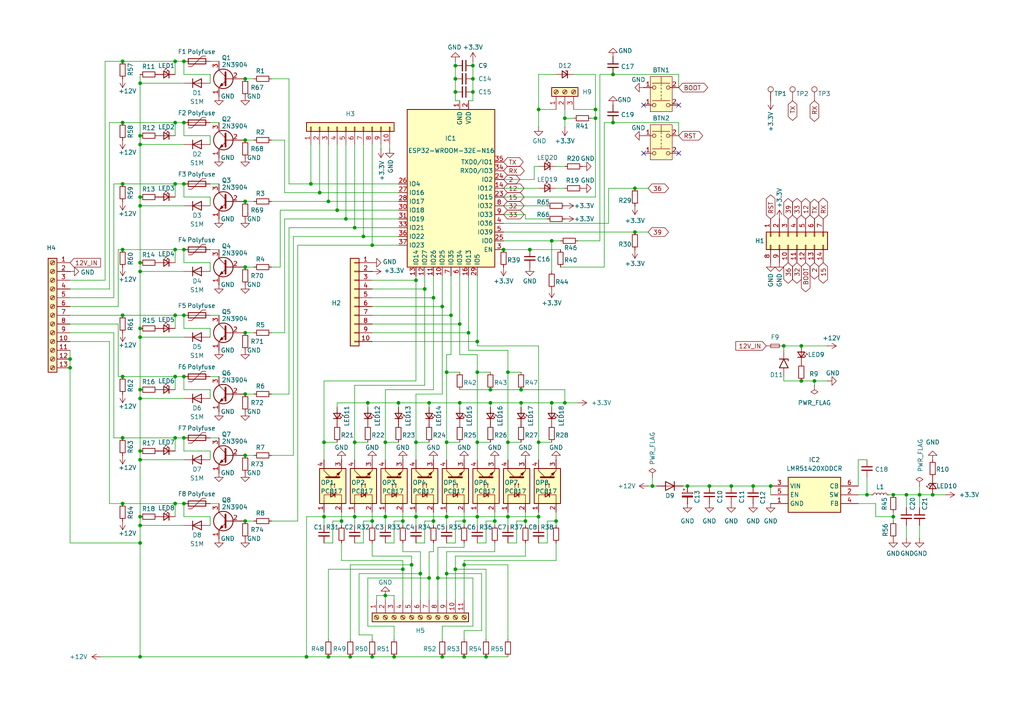
<source format=kicad_sch>
(kicad_sch (version 20231120) (generator "eeschema") (generator_version "8.0")
  (paper "A4")
  (title_block (title "SHIO88W") (rev "3.2") (company "Author: Csaba Aladar Zoltan") (comment 1 "ESP32 based DIN rail mount IO board."))
  (junction (at 160.02 69.85))
  (junction (at 128.27 88.9))
  (junction (at 151.13 116.84))
  (junction (at 147.32 149.86))
  (junction (at 53.34 35.56))
  (junction (at 40.64 41.91))
  (junction (at 71.12 58.42))
  (junction (at 184.15 67.31))
  (junction (at 40.64 24.13))
  (junction (at 71.12 77.47))
  (junction (at 40.64 95.25))
  (junction (at 35.56 35.56))
  (junction (at 119.38 163.83))
  (junction (at 172.72 31.75))
  (junction (at 50.8 72.39))
  (junction (at 129.54 166.37))
  (junction (at 102.87 66.04))
  (junction (at 138.43 99.06))
  (junction (at 35.56 72.39))
  (junction (at 111.76 172.72))
  (junction (at 259.08 143.51))
  (junction (at 102.87 149.86))
  (junction (at 97.79 60.96))
  (junction (at 50.8 53.34))
  (junction (at 50.8 91.44))
  (junction (at 40.64 59.69))
  (junction (at 134.62 190.5))
  (junction (at 177.8 21.59))
  (junction (at 120.65 128.27))
  (junction (at 232.41 110.49))
  (junction (at 50.8 127))
  (junction (at 115.57 116.84))
  (junction (at 151.13 113.03))
  (junction (at 259.08 149.86))
  (junction (at 129.54 107.95))
  (junction (at 114.3 190.5))
  (junction (at 116.84 151.13))
  (junction (at 71.12 114.3))
  (junction (at 53.34 109.22))
  (junction (at 189.23 140.97))
  (junction (at 146.05 72.39))
  (junction (at 35.56 53.34))
  (junction (at 71.12 22.86))
  (junction (at 251.46 143.51))
  (junction (at 71.12 96.52))
  (junction (at 125.73 86.36))
  (junction (at 152.4 151.13))
  (junction (at 40.64 76.2))
  (junction (at 137.16 19.05))
  (junction (at 102.87 128.27))
  (junction (at 20.32 106.68))
  (junction (at 93.98 128.27))
  (junction (at 40.64 39.37))
  (junction (at 95.25 58.42))
  (junction (at 212.09 140.97))
  (junction (at 93.98 149.86))
  (junction (at 124.46 116.84))
  (junction (at 71.12 40.64))
  (junction (at 40.64 133.35))
  (junction (at 95.25 190.5))
  (junction (at 99.06 151.13))
  (junction (at 40.64 113.03))
  (junction (at 156.21 31.75))
  (junction (at 40.64 190.5))
  (junction (at 227.33 100.33))
  (junction (at 53.34 127))
  (junction (at 71.12 151.13))
  (junction (at 232.41 100.33))
  (junction (at 92.71 55.88))
  (junction (at 50.8 146.05))
  (junction (at 153.67 72.39))
  (junction (at 138.43 128.27))
  (junction (at 111.76 149.86))
  (junction (at 218.44 140.97))
  (junction (at 133.35 93.98))
  (junction (at 161.29 151.13))
  (junction (at 111.76 128.27))
  (junction (at 101.6 190.5))
  (junction (at 133.35 116.84))
  (junction (at 50.8 35.56))
  (junction (at 53.34 72.39))
  (junction (at 88.9 190.5))
  (junction (at 134.62 163.83))
  (junction (at 205.74 140.97))
  (junction (at 40.64 57.15))
  (junction (at 40.64 149.86))
  (junction (at 105.41 68.58))
  (junction (at 134.62 151.13))
  (junction (at 177.8 35.56))
  (junction (at 262.89 143.51))
  (junction (at 40.64 115.57))
  (junction (at 120.65 149.86))
  (junction (at 140.97 190.5))
  (junction (at 163.83 116.84))
  (junction (at 127 167.64))
  (junction (at 71.12 132.08))
  (junction (at 132.08 22.86))
  (junction (at 106.68 116.84))
  (junction (at 124.46 167.64))
  (junction (at 120.65 81.28))
  (junction (at 40.64 97.79))
  (junction (at 90.17 53.34))
  (junction (at 35.56 146.05))
  (junction (at 53.34 17.78))
  (junction (at 138.43 149.86))
  (junction (at 116.84 165.1))
  (junction (at 40.64 78.74))
  (junction (at 172.72 34.29))
  (junction (at 137.16 26.67))
  (junction (at 156.21 149.86))
  (junction (at 184.15 54.61))
  (junction (at 199.39 140.97))
  (junction (at 132.08 19.05))
  (junction (at 53.34 91.44))
  (junction (at 163.83 34.29))
  (junction (at 123.19 83.82))
  (junction (at 107.95 71.12))
  (junction (at 266.7 143.51))
  (junction (at 156.21 128.27))
  (junction (at 138.43 107.95))
  (junction (at 20.32 104.14))
  (junction (at 107.95 190.5))
  (junction (at 137.16 22.86))
  (junction (at 40.64 130.81))
  (junction (at 129.54 149.86))
  (junction (at 50.8 17.78))
  (junction (at 35.56 127))
  (junction (at 147.32 128.27))
  (junction (at 132.08 26.67))
  (junction (at 223.52 140.97))
  (junction (at 142.24 116.84))
  (junction (at 100.33 63.5))
  (junction (at 53.34 53.34))
  (junction (at 142.24 113.03))
  (junction (at 40.64 152.4))
  (junction (at 50.8 109.22))
  (junction (at 125.73 151.13))
  (junction (at 128.27 190.5))
  (junction (at 129.54 128.27))
  (junction (at 35.56 91.44))
  (junction (at 35.56 109.22))
  (junction (at 107.95 151.13))
  (junction (at 130.81 91.44))
  (junction (at 270.51 143.51))
  (junction (at 121.92 166.37))
  (junction (at 147.32 107.95))
  (junction (at 132.08 165.1))
  (junction (at 135.89 96.52))
  (junction (at 143.51 151.13))
  (junction (at 35.56 17.78))
  (junction (at 40.64 157.48))
  (junction (at 160.02 116.84))
  (junction (at 236.22 110.49))
  (junction (at 53.34 146.05))
  (no_connect (at 186.69 44.45))
  (no_connect (at 196.85 44.45))
  (no_connect (at 196.85 30.48))
  (no_connect (at 186.69 30.48))
  (wire (pts (xy 236.22 111.76) (xy 236.22 110.49)))
  (wire (pts (xy 20.32 157.48) (xy 40.64 157.48)))
  (wire (pts (xy 147.32 157.48) (xy 149.86 157.48)))
  (wire (pts (xy 152.4 152.4) (xy 152.4 151.13)))
  (wire (pts (xy 120.65 114.3) (xy 128.27 114.3)))
  (wire (pts (xy 140.97 157.48) (xy 140.97 151.13)))
  (wire (pts (xy 53.34 113.03) (xy 60.96 113.03)))
  (wire (pts (xy 40.64 97.79) (xy 40.64 113.03)))
  (wire (pts (xy 114.3 181.61) (xy 106.68 181.61)))
  (wire (pts (xy 111.76 128.27) (xy 115.57 128.27)))
  (wire (pts (xy 129.54 128.27) (xy 129.54 133.35)))
  (wire (pts (xy 130.81 91.44) (xy 130.81 102.87)))
  (wire (pts (xy 129.54 128.27) (xy 133.35 128.27)))
  (wire (pts (xy 53.34 35.56) (xy 53.34 39.37)))
  (wire (pts (xy 106.68 116.84) (xy 115.57 116.84)))
  (wire (pts (xy 34.29 72.39) (xy 34.29 88.9)))
  (wire (pts (xy 107.95 157.48) (xy 107.95 161.29)))
  (wire (pts (xy 134.62 152.4) (xy 134.62 151.13)))
  (wire (pts (xy 60.96 95.25) (xy 60.96 97.79)))
  (wire (pts (xy 40.64 39.37) (xy 40.64 24.13)))
  (wire (pts (xy 71.12 96.52) (xy 73.66 96.52)))
  (wire (pts (xy 132.08 19.05) (xy 132.08 22.86)))
  (wire (pts (xy 60.96 127) (xy 63.5 127)))
  (wire (pts (xy 53.34 57.15) (xy 60.96 57.15)))
  (wire (pts (xy 107.95 88.9) (xy 128.27 88.9)))
  (wire (pts (xy 111.76 172.72) (xy 111.76 173.99)))
  (wire (pts (xy 20.32 81.28) (xy 30.48 81.28)))
  (wire (pts (xy 142.24 113.03) (xy 151.13 113.03)))
  (wire (pts (xy 248.92 133.35) (xy 251.46 133.35)))
  (wire (pts (xy 107.95 81.28) (xy 120.65 81.28)))
  (wire (pts (xy 40.64 41.91) (xy 40.64 57.15)))
  (wire (pts (xy 60.96 39.37) (xy 60.96 41.91)))
  (wire (pts (xy 138.43 128.27) (xy 138.43 133.35)))
  (wire (pts (xy 138.43 102.87) (xy 133.35 102.87)))
  (wire (pts (xy 71.12 132.08) (xy 73.66 132.08)))
  (wire (pts (xy 33.02 127) (xy 33.02 96.52)))
  (wire (pts (xy 262.89 143.51) (xy 266.7 143.51)))
  (wire (pts (xy 99.06 152.4) (xy 99.06 151.13)))
  (wire (pts (xy 107.95 99.06) (xy 138.43 99.06)))
  (wire (pts (xy 78.74 114.3) (xy 83.82 114.3)))
  (wire (pts (xy 53.34 149.86) (xy 60.96 149.86)))
  (wire (pts (xy 35.56 109.22) (xy 34.29 109.22)))
  (wire (pts (xy 107.95 41.91) (xy 107.95 71.12)))
  (wire (pts (xy 158.75 151.13) (xy 161.29 151.13)))
  (wire (pts (xy 111.76 113.03) (xy 111.76 128.27)))
  (wire (pts (xy 99.06 157.48) (xy 99.06 162.56)))
  (wire (pts (xy 86.36 151.13) (xy 86.36 71.12)))
  (wire (pts (xy 82.55 96.52) (xy 82.55 63.5)))
  (wire (pts (xy 138.43 152.4) (xy 138.43 149.86)))
  (wire (pts (xy 114.3 151.13) (xy 116.84 151.13)))
  (wire (pts (xy 96.52 157.48) (xy 96.52 151.13)))
  (wire (pts (xy 156.21 31.75) (xy 161.29 31.75)))
  (wire (pts (xy 152.4 157.48) (xy 152.4 161.29)))
  (wire (pts (xy 82.55 63.5) (xy 100.33 63.5)))
  (wire (pts (xy 93.98 110.49) (xy 120.65 110.49)))
  (wire (pts (xy 83.82 66.04) (xy 102.87 66.04)))
  (wire (pts (xy 101.6 185.42) (xy 101.6 163.83)))
  (wire (pts (xy 147.32 152.4) (xy 147.32 149.86)))
  (wire (pts (xy 134.62 190.5) (xy 128.27 190.5)))
  (wire (pts (xy 124.46 167.64) (xy 124.46 173.99)))
  (wire (pts (xy 20.32 99.06) (xy 31.75 99.06)))
  (wire (pts (xy 156.21 128.27) (xy 160.02 128.27)))
  (wire (pts (xy 101.6 163.83) (xy 119.38 163.83)))
  (wire (pts (xy 140.97 151.13) (xy 143.51 151.13)))
  (wire (pts (xy 171.45 34.29) (xy 172.72 34.29)))
  (wire (pts (xy 40.64 115.57) (xy 40.64 130.81)))
  (wire (pts (xy 34.29 109.22) (xy 34.29 93.98)))
  (wire (pts (xy 71.12 22.86) (xy 73.66 22.86)))
  (wire (pts (xy 196.85 21.59) (xy 196.85 25.4)))
  (wire (pts (xy 50.8 109.22) (xy 50.8 113.03)))
  (wire (pts (xy 163.83 31.75) (xy 163.83 34.29)))
  (wire (pts (xy 102.87 149.86) (xy 111.76 149.86)))
  (wire (pts (xy 50.8 17.78) (xy 53.34 17.78)))
  (wire (pts (xy 81.28 60.96) (xy 97.79 60.96)))
  (wire (pts (xy 40.64 57.15) (xy 40.64 59.69)))
  (wire (pts (xy 60.96 109.22) (xy 63.5 109.22)))
  (wire (pts (xy 93.98 149.86) (xy 93.98 148.59)))
  (wire (pts (xy 116.84 165.1) (xy 116.84 173.99)))
  (wire (pts (xy 232.41 110.49) (xy 236.22 110.49)))
  (wire (pts (xy 78.74 77.47) (xy 81.28 77.47)))
  (wire (pts (xy 146.05 57.15) (xy 172.72 57.15)))
  (wire (pts (xy 90.17 53.34) (xy 115.57 53.34)))
  (wire (pts (xy 100.33 63.5) (xy 115.57 63.5)))
  (wire (pts (xy 116.84 157.48) (xy 116.84 160.02)))
  (wire (pts (xy 154.94 48.26) (xy 156.21 48.26)))
  (wire (pts (xy 137.16 22.86) (xy 137.16 19.05)))
  (wire (pts (xy 53.34 95.25) (xy 60.96 95.25)))
  (wire (pts (xy 95.25 41.91) (xy 95.25 58.42)))
  (wire (pts (xy 140.97 185.42) (xy 140.97 165.1)))
  (wire (pts (xy 78.74 58.42) (xy 95.25 58.42)))
  (wire (pts (xy 40.64 59.69) (xy 40.64 76.2)))
  (wire (pts (xy 130.81 102.87) (xy 129.54 102.87)))
  (wire (pts (xy 161.29 152.4) (xy 161.29 151.13)))
  (wire (pts (xy 31.75 146.05) (xy 35.56 146.05)))
  (wire (pts (xy 125.73 160.02) (xy 124.46 160.02)))
  (wire (pts (xy 53.34 127) (xy 53.34 130.81)))
  (wire (pts (xy 120.65 152.4) (xy 120.65 149.86)))
  (wire (pts (xy 50.8 72.39) (xy 50.8 76.2)))
  (wire (pts (xy 107.95 152.4) (xy 107.95 151.13)))
  (wire (pts (xy 132.08 22.86) (xy 132.08 26.67)))
  (wire (pts (xy 137.16 181.61) (xy 137.16 167.64)))
  (wire (pts (xy 20.32 93.98) (xy 34.29 93.98)))
  (wire (pts (xy 147.32 107.95) (xy 151.13 107.95)))
  (wire (pts (xy 205.74 140.97) (xy 212.09 140.97)))
  (wire (pts (xy 173.99 69.85) (xy 173.99 21.59)))
  (wire (pts (xy 40.64 97.79) (xy 53.34 97.79)))
  (wire (pts (xy 143.51 151.13) (xy 143.51 148.59)))
  (wire (pts (xy 128.27 88.9) (xy 128.27 114.3)))
  (wire (pts (xy 40.64 152.4) (xy 53.34 152.4)))
  (wire (pts (xy 50.8 53.34) (xy 50.8 57.15)))
  (wire (pts (xy 99.06 162.56) (xy 116.84 162.56)))
  (wire (pts (xy 143.51 157.48) (xy 143.51 160.02)))
  (wire (pts (xy 139.7 166.37) (xy 129.54 166.37)))
  (wire (pts (xy 133.35 93.98) (xy 133.35 102.87)))
  (wire (pts (xy 146.05 64.77) (xy 176.53 64.77)))
  (wire (pts (xy 142.24 116.84) (xy 151.13 116.84)))
  (wire (pts (xy 93.98 157.48) (xy 96.52 157.48)))
  (wire (pts (xy 227.33 100.33) (xy 232.41 100.33)))
  (wire (pts (xy 128.27 181.61) (xy 137.16 181.61)))
  (wire (pts (xy 129.54 149.86) (xy 129.54 148.59)))
  (wire (pts (xy 83.82 22.86) (xy 83.82 53.34)))
  (wire (pts (xy 189.23 140.97) (xy 190.5 140.97)))
  (wire (pts (xy 102.87 149.86) (xy 102.87 148.59)))
  (wire (pts (xy 138.43 107.95) (xy 138.43 128.27)))
  (wire (pts (xy 31.75 35.56) (xy 31.75 83.82)))
  (wire (pts (xy 53.34 72.39) (xy 50.8 72.39)))
  (wire (pts (xy 50.8 109.22) (xy 35.56 109.22)))
  (wire (pts (xy 93.98 128.27) (xy 93.98 133.35)))
  (wire (pts (xy 102.87 157.48) (xy 105.41 157.48)))
  (wire (pts (xy 20.32 96.52) (xy 33.02 96.52)))
  (wire (pts (xy 40.64 59.69) (xy 53.34 59.69)))
  (wire (pts (xy 262.89 152.4) (xy 262.89 156.21)))
  (wire (pts (xy 105.41 151.13) (xy 107.95 151.13)))
  (wire (pts (xy 147.32 101.6) (xy 135.89 101.6)))
  (wire (pts (xy 161.29 151.13) (xy 161.29 148.59)))
  (wire (pts (xy 111.76 157.48) (xy 114.3 157.48)))
  (wire (pts (xy 146.05 69.85) (xy 160.02 69.85)))
  (wire (pts (xy 134.62 182.88) (xy 139.7 182.88)))
  (wire (pts (xy 40.64 115.57) (xy 53.34 115.57)))
  (wire (pts (xy 198.12 140.97) (xy 199.39 140.97)))
  (wire (pts (xy 85.09 68.58) (xy 105.41 68.58)))
  (wire (pts (xy 99.06 151.13) (xy 99.06 148.59)))
  (wire (pts (xy 20.32 106.68) (xy 20.32 157.48)))
  (wire (pts (xy 40.64 152.4) (xy 40.64 157.48)))
  (wire (pts (xy 95.25 190.5) (xy 101.6 190.5)))
  (wire (pts (xy 40.64 78.74) (xy 40.64 95.25)))
  (wire (pts (xy 60.96 72.39) (xy 63.5 72.39)))
  (wire (pts (xy 120.65 81.28) (xy 120.65 110.49)))
  (wire (pts (xy 124.46 160.02) (xy 124.46 167.64)))
  (wire (pts (xy 60.96 17.78) (xy 63.5 17.78)))
  (wire (pts (xy 129.54 157.48) (xy 132.08 157.48)))
  (wire (pts (xy 163.83 54.61) (xy 161.29 54.61)))
  (wire (pts (xy 40.64 76.2) (xy 40.64 78.74)))
  (wire (pts (xy 113.03 41.91) (xy 113.03 43.18)))
  (wire (pts (xy 212.09 140.97) (xy 218.44 140.97)))
  (wire (pts (xy 227.33 110.49) (xy 227.33 109.22)))
  (wire (pts (xy 29.21 190.5) (xy 40.64 190.5)))
  (wire (pts (xy 120.65 149.86) (xy 120.65 148.59)))
  (wire (pts (xy 163.83 48.26) (xy 161.29 48.26)))
  (wire (pts (xy 254 149.86) (xy 259.08 149.86)))
  (wire (pts (xy 101.6 190.5) (xy 107.95 190.5)))
  (wire (pts (xy 86.36 71.12) (xy 107.95 71.12)))
  (wire (pts (xy 60.96 57.15) (xy 60.96 59.69)))
  (wire (pts (xy 147.32 185.42) (xy 147.32 163.83)))
  (wire (pts (xy 257.81 143.51) (xy 259.08 143.51)))
  (wire (pts (xy 135.89 29.21) (xy 137.16 29.21)))
  (wire (pts (xy 142.24 118.11) (xy 142.24 116.84)))
  (wire (pts (xy 218.44 140.97) (xy 223.52 140.97)))
  (wire (pts (xy 93.98 149.86) (xy 102.87 149.86)))
  (wire (pts (xy 187.96 140.97) (xy 189.23 140.97)))
  (wire (pts (xy 107.95 96.52) (xy 135.89 96.52)))
  (wire (pts (xy 147.32 107.95) (xy 147.32 128.27)))
  (wire (pts (xy 138.43 149.86) (xy 138.43 148.59)))
  (wire (pts (xy 40.64 133.35) (xy 40.64 149.86)))
  (wire (pts (xy 78.74 132.08) (xy 85.09 132.08)))
  (wire (pts (xy 147.32 163.83) (xy 134.62 163.83)))
  (wire (pts (xy 153.67 72.39) (xy 162.56 72.39)))
  (wire (pts (xy 146.05 52.07) (xy 154.94 52.07)))
  (wire (pts (xy 53.34 127) (xy 50.8 127)))
  (wire (pts (xy 123.19 83.82) (xy 123.19 111.76)))
  (wire (pts (xy 156.21 31.75) (xy 156.21 36.83)))
  (wire (pts (xy 40.64 41.91) (xy 53.34 41.91)))
  (wire (pts (xy 95.25 165.1) (xy 116.84 165.1)))
  (wire (pts (xy 147.32 101.6) (xy 147.32 107.95)))
  (wire (pts (xy 60.96 76.2) (xy 60.96 78.74)))
  (wire (pts (xy 262.89 147.32) (xy 262.89 143.51)))
  (wire (pts (xy 111.76 149.86) (xy 120.65 149.86)))
  (wire (pts (xy 135.89 96.52) (xy 135.89 101.6)))
  (wire (pts (xy 97.79 116.84) (xy 97.79 118.11)))
  (wire (pts (xy 50.8 53.34) (xy 53.34 53.34)))
  (wire (pts (xy 156.21 157.48) (xy 158.75 157.48)))
  (wire (pts (xy 146.05 67.31) (xy 184.15 67.31)))
  (wire (pts (xy 40.64 149.86) (xy 40.64 152.4)))
  (wire (pts (xy 97.79 116.84) (xy 106.68 116.84)))
  (wire (pts (xy 33.02 53.34) (xy 35.56 53.34)))
  (wire (pts (xy 104.14 166.37) (xy 121.92 166.37)))
  (wire (pts (xy 50.8 91.44) (xy 53.34 91.44)))
  (wire (pts (xy 40.64 190.5) (xy 88.9 190.5)))
  (wire (pts (xy 109.22 172.72) (xy 109.22 173.99)))
  (wire (pts (xy 227.33 101.6) (xy 227.33 100.33)))
  (wire (pts (xy 35.56 35.56) (xy 31.75 35.56)))
  (wire (pts (xy 146.05 72.39) (xy 153.67 72.39)))
  (wire (pts (xy 143.51 160.02) (xy 129.54 160.02)))
  (wire (pts (xy 137.16 19.05) (xy 137.16 17.78)))
  (wire (pts (xy 82.55 55.88) (xy 92.71 55.88)))
  (wire (pts (xy 120.65 149.86) (xy 129.54 149.86)))
  (wire (pts (xy 158.75 63.5) (xy 152.4 63.5)))
  (wire (pts (xy 116.84 152.4) (xy 116.84 151.13)))
  (wire (pts (xy 119.38 161.29) (xy 119.38 163.83)))
  (wire (pts (xy 81.28 77.47) (xy 81.28 60.96)))
  (wire (pts (xy 132.08 165.1) (xy 132.08 173.99)))
  (wire (pts (xy 95.25 190.5) (xy 88.9 190.5)))
  (wire (pts (xy 138.43 100.33) (xy 156.21 100.33)))
  (wire (pts (xy 138.43 80.01) (xy 138.43 99.06)))
  (wire (pts (xy 105.41 68.58) (xy 115.57 68.58)))
  (wire (pts (xy 78.74 151.13) (xy 86.36 151.13)))
  (wire (pts (xy 189.23 138.43) (xy 189.23 140.97)))
  (wire (pts (xy 133.35 116.84) (xy 142.24 116.84)))
  (wire (pts (xy 53.34 39.37) (xy 60.96 39.37)))
  (wire (pts (xy 40.64 130.81) (xy 40.64 133.35)))
  (wire (pts (xy 236.22 110.49) (xy 240.03 110.49)))
  (wire (pts (xy 167.64 69.85) (xy 173.99 69.85)))
  (wire (pts (xy 137.16 26.67) (xy 137.16 22.86)))
  (wire (pts (xy 161.29 157.48) (xy 161.29 162.56)))
  (wire (pts (xy 156.21 31.75) (xy 156.21 21.59)))
  (wire (pts (xy 53.34 109.22) (xy 50.8 109.22)))
  (wire (pts (xy 120.65 80.01) (xy 120.65 81.28)))
  (wire (pts (xy 254 146.05) (xy 254 149.86)))
  (wire (pts (xy 138.43 107.95) (xy 142.24 107.95)))
  (wire (pts (xy 134.62 162.56) (xy 134.62 163.83)))
  (wire (pts (xy 151.13 116.84) (xy 160.02 116.84)))
  (wire (pts (xy 30.48 17.78) (xy 35.56 17.78)))
  (wire (pts (xy 259.08 148.59) (xy 259.08 149.86)))
  (wire (pts (xy 152.4 63.5) (xy 152.4 62.23)))
  (wire (pts (xy 133.35 29.21) (xy 132.08 29.21)))
  (wire (pts (xy 120.65 128.27) (xy 120.65 133.35)))
  (wire (pts (xy 114.3 172.72) (xy 114.3 173.99)))
  (wire (pts (xy 95.25 185.42) (xy 95.25 165.1)))
  (wire (pts (xy 33.02 86.36) (xy 33.02 53.34)))
  (wire (pts (xy 124.46 116.84) (xy 133.35 116.84)))
  (wire (pts (xy 53.34 146.05) (xy 53.34 149.86)))
  (wire (pts (xy 138.43 99.06) (xy 138.43 100.33)))
  (wire (pts (xy 96.52 151.13) (xy 99.06 151.13)))
  (wire (pts (xy 262.89 143.51) (xy 259.08 143.51)))
  (wire (pts (xy 111.76 128.27) (xy 111.76 133.35)))
  (wire (pts (xy 106.68 167.64) (xy 124.46 167.64)))
  (wire (pts (xy 129.54 166.37) (xy 129.54 173.99)))
  (wire (pts (xy 35.56 72.39) (xy 34.29 72.39)))
  (wire (pts (xy 93.98 152.4) (xy 93.98 149.86)))
  (wire (pts (xy 102.87 41.91) (xy 102.87 66.04)))
  (wire (pts (xy 116.84 160.02) (xy 121.92 160.02)))
  (wire (pts (xy 135.89 80.01) (xy 135.89 96.52)))
  (wire (pts (xy 116.84 162.56) (xy 116.84 165.1)))
  (wire (pts (xy 129.54 102.87) (xy 129.54 107.95)))
  (wire (pts (xy 162.56 77.47) (xy 175.26 77.47)))
  (wire (pts (xy 125.73 152.4) (xy 125.73 151.13)))
  (wire (pts (xy 175.26 35.56) (xy 177.8 35.56)))
  (wire (pts (xy 107.95 184.15) (xy 104.14 184.15)))
  (wire (pts (xy 160.02 116.84) (xy 163.83 116.84)))
  (wire (pts (xy 160.02 118.11) (xy 160.02 116.84)))
  (wire (pts (xy 152.4 62.23) (xy 146.05 62.23)))
  (wire (pts (xy 107.95 151.13) (xy 107.95 148.59)))
  (wire (pts (xy 146.05 59.69) (xy 158.75 59.69)))
  (wire (pts (xy 53.34 53.34) (xy 53.34 57.15)))
  (wire (pts (xy 20.32 83.82) (xy 31.75 83.82)))
  (wire (pts (xy 100.33 41.91) (xy 100.33 63.5)))
  (wire (pts (xy 266.7 152.4) (xy 266.7 156.21)))
  (wire (pts (xy 35.56 146.05) (xy 50.8 146.05)))
  (wire (pts (xy 60.96 91.44) (xy 63.5 91.44)))
  (wire (pts (xy 85.09 132.08) (xy 85.09 68.58)))
  (wire (pts (xy 83.82 114.3) (xy 83.82 66.04)))
  (wire (pts (xy 125.73 157.48) (xy 125.73 160.02)))
  (wire (pts (xy 93.98 128.27) (xy 97.79 128.27)))
  (wire (pts (xy 158.75 157.48) (xy 158.75 151.13)))
  (wire (pts (xy 107.95 71.12) (xy 115.57 71.12)))
  (wire (pts (xy 114.3 185.42) (xy 114.3 181.61)))
  (wire (pts (xy 147.32 190.5) (xy 140.97 190.5)))
  (wire (pts (xy 107.95 190.5) (xy 114.3 190.5)))
  (wire (pts (xy 20.32 86.36) (xy 33.02 86.36)))
  (wire (pts (xy 107.95 91.44) (xy 130.81 91.44)))
  (wire (pts (xy 156.21 152.4) (xy 156.21 149.86)))
  (wire (pts (xy 172.72 34.29) (xy 172.72 57.15)))
  (wire (pts (xy 115.57 118.11) (xy 115.57 116.84)))
  (wire (pts (xy 134.62 157.48) (xy 134.62 158.75)))
  (wire (pts (xy 161.29 162.56) (xy 134.62 162.56)))
  (wire (pts (xy 60.96 53.34) (xy 63.5 53.34)))
  (wire (pts (xy 50.8 72.39) (xy 35.56 72.39)))
  (wire (pts (xy 53.34 21.59) (xy 60.96 21.59)))
  (wire (pts (xy 93.98 110.49) (xy 93.98 128.27)))
  (wire (pts (xy 71.12 77.47) (xy 73.66 77.47)))
  (wire (pts (xy 20.32 101.6) (xy 20.32 104.14)))
  (wire (pts (xy 140.97 165.1) (xy 132.08 165.1)))
  (wire (pts (xy 199.39 140.97) (xy 205.74 140.97)))
  (wire (pts (xy 109.22 172.72) (xy 111.76 172.72)))
  (wire (pts (xy 156.21 21.59) (xy 161.29 21.59)))
  (wire (pts (xy 248.92 140.97) (xy 248.92 133.35)))
  (wire (pts (xy 102.87 66.04) (xy 115.57 66.04)))
  (wire (pts (xy 53.34 109.22) (xy 53.34 113.03)))
  (wire (pts (xy 60.96 149.86) (xy 60.96 152.4)))
  (wire (pts (xy 105.41 157.48) (xy 105.41 151.13)))
  (wire (pts (xy 163.83 116.84) (xy 167.64 116.84)))
  (wire (pts (xy 163.83 34.29) (xy 166.37 34.29)))
  (wire (pts (xy 251.46 143.51) (xy 252.73 143.51)))
  (wire (pts (xy 106.68 181.61) (xy 106.68 167.64)))
  (wire (pts (xy 121.92 166.37) (xy 121.92 173.99)))
  (wire (pts (xy 60.96 113.03) (xy 60.96 115.57)))
  (wire (pts (xy 40.64 113.03) (xy 40.64 115.57)))
  (wire (pts (xy 160.02 69.85) (xy 162.56 69.85)))
  (wire (pts (xy 20.32 91.44) (xy 35.56 91.44)))
  (wire (pts (xy 40.64 133.35) (xy 53.34 133.35)))
  (wire (pts (xy 125.73 151.13) (xy 125.73 148.59)))
  (wire (pts (xy 30.48 17.78) (xy 30.48 81.28)))
  (wire (pts (xy 152.4 161.29) (xy 132.08 161.29)))
  (wire (pts (xy 132.08 151.13) (xy 134.62 151.13)))
  (wire (pts (xy 53.34 35.56) (xy 50.8 35.56)))
  (wire (pts (xy 120.65 128.27) (xy 124.46 128.27)))
  (wire (pts (xy 97.79 60.96) (xy 115.57 60.96)))
  (wire (pts (xy 102.87 111.76) (xy 123.19 111.76)))
  (wire (pts (xy 125.73 86.36) (xy 125.73 113.03)))
  (wire (pts (xy 102.87 111.76) (xy 102.87 128.27)))
  (wire (pts (xy 143.51 152.4) (xy 143.51 151.13)))
  (wire (pts (xy 119.38 163.83) (xy 119.38 173.99)))
  (wire (pts (xy 35.56 127) (xy 33.02 127)))
  (wire (pts (xy 248.92 146.05) (xy 254 146.05)))
  (wire (pts (xy 147.32 149.86) (xy 147.32 148.59)))
  (wire (pts (xy 156.21 128.27) (xy 156.21 133.35)))
  (wire (pts (xy 102.87 152.4) (xy 102.87 149.86)))
  (wire (pts (xy 97.79 41.91) (xy 97.79 60.96)))
  (wire (pts (xy 40.64 24.13) (xy 53.34 24.13)))
  (wire (pts (xy 60.96 21.59) (xy 60.96 24.13)))
  (wire (pts (xy 134.62 158.75) (xy 127 158.75)))
  (wire (pts (xy 53.34 91.44) (xy 53.34 95.25)))
  (wire (pts (xy 251.46 138.43) (xy 251.46 143.51)))
  (wire (pts (xy 40.64 21.59) (xy 40.64 24.13)))
  (wire (pts (xy 78.74 22.86) (xy 83.82 22.86)))
  (wire (pts (xy 92.71 55.88) (xy 115.57 55.88)))
  (wire (pts (xy 132.08 157.48) (xy 132.08 151.13)))
  (wire (pts (xy 232.41 100.33) (xy 240.03 100.33)))
  (wire (pts (xy 50.8 35.56) (xy 35.56 35.56)))
  (wire (pts (xy 35.56 53.34) (xy 50.8 53.34)))
  (wire (pts (xy 107.95 185.42) (xy 107.95 184.15)))
  (wire (pts (xy 114.3 157.48) (xy 114.3 151.13)))
  (wire (pts (xy 173.99 21.59) (xy 177.8 21.59)))
  (wire (pts (xy 111.76 149.86) (xy 111.76 148.59)))
  (wire (pts (xy 132.08 161.29) (xy 132.08 165.1)))
  (wire (pts (xy 40.64 157.48) (xy 40.64 190.5)))
  (wire (pts (xy 83.82 53.34) (xy 90.17 53.34)))
  (wire (pts (xy 223.52 140.97) (xy 223.52 143.51)))
  (wire (pts (xy 90.17 41.91) (xy 90.17 53.34)))
  (wire (pts (xy 163.83 36.83) (xy 163.83 34.29)))
  (wire (pts (xy 102.87 128.27) (xy 102.87 133.35)))
  (wire (pts (xy 166.37 31.75) (xy 172.72 31.75)))
  (wire (pts (xy 147.32 149.86) (xy 156.21 149.86)))
  (wire (pts (xy 128.27 80.01) (xy 128.27 88.9)))
  (wire (pts (xy 248.92 143.51) (xy 251.46 143.51)))
  (wire (pts (xy 127 158.75) (xy 127 167.64)))
  (wire (pts (xy 147.32 128.27) (xy 147.32 133.35)))
  (wire (pts (xy 156.21 100.33) (xy 156.21 128.27)))
  (wire (pts (xy 71.12 58.42) (xy 73.66 58.42)))
  (wire (pts (xy 105.41 41.91) (xy 105.41 68.58)))
  (wire (pts (xy 20.32 88.9) (xy 34.29 88.9)))
  (wire (pts (xy 151.13 118.11) (xy 151.13 116.84)))
  (wire (pts (xy 114.3 190.5) (xy 128.27 190.5)))
  (wire (pts (xy 107.95 83.82) (xy 123.19 83.82)))
  (wire (pts (xy 123.19 157.48) (xy 123.19 151.13)))
  (wire (pts (xy 132.08 17.78) (xy 132.08 19.05)))
  (wire (pts (xy 78.74 40.64) (xy 82.55 40.64)))
  (wire (pts (xy 110.49 41.91) (xy 110.49 43.18)))
  (wire (pts (xy 134.62 163.83) (xy 134.62 173.99)))
  (wire (pts (xy 102.87 128.27) (xy 106.68 128.27)))
  (wire (pts (xy 134.62 185.42) (xy 134.62 182.88)))
  (wire (pts (xy 187.96 54.61) (xy 184.15 54.61)))
  (wire (pts (xy 266.7 143.51) (xy 270.51 143.51)))
  (wire (pts (xy 88.9 149.86) (xy 93.98 149.86)))
  (wire (pts (xy 107.95 161.29) (xy 119.38 161.29)))
  (wire (pts (xy 50.8 127) (xy 50.8 130.81)))
  (wire (pts (xy 71.12 114.3) (xy 73.66 114.3)))
  (wire (pts (xy 154.94 52.07) (xy 154.94 48.26)))
  (wire (pts (xy 53.34 130.81) (xy 60.96 130.81)))
  (wire (pts (xy 149.86 151.13) (xy 152.4 151.13)))
  (wire (pts (xy 138.43 149.86) (xy 147.32 149.86)))
  (wire (pts (xy 95.25 58.42) (xy 115.57 58.42)))
  (wire (pts (xy 184.15 67.31) (xy 187.96 67.31)))
  (wire (pts (xy 177.8 35.56) (xy 196.85 35.56)))
  (wire (pts (xy 160.02 69.85) (xy 160.02 78.74)))
  (wire (pts (xy 133.35 80.01) (xy 133.35 93.98)))
  (wire (pts (xy 196.85 35.56) (xy 196.85 39.37)))
  (wire (pts (xy 137.16 29.21) (xy 137.16 26.67)))
  (wire (pts (xy 152.4 151.13) (xy 152.4 148.59)))
  (wire (pts (xy 128.27 185.42) (xy 128.27 181.61)))
  (wire (pts (xy 120.65 114.3) (xy 120.65 128.27)))
  (wire (pts (xy 146.05 54.61) (xy 156.21 54.61)))
  (wire (pts (xy 151.13 113.03) (xy 163.83 113.03)))
  (wire (pts (xy 120.65 157.48) (xy 123.19 157.48)))
  (wire (pts (xy 133.35 107.95) (xy 129.54 107.95)))
  (wire (pts (xy 138.43 128.27) (xy 142.24 128.27)))
  (wire (pts (xy 123.19 151.13) (xy 125.73 151.13)))
  (wire (pts (xy 124.46 118.11) (xy 124.46 116.84)))
  (wire (pts (xy 20.32 104.14) (xy 20.32 106.68)))
  (wire (pts (xy 50.8 127) (xy 35.56 127)))
  (wire (pts (xy 129.54 160.02) (xy 129.54 166.37)))
  (wire (pts (xy 115.57 116.84) (xy 124.46 116.84)))
  (wire (pts (xy 88.9 149.86) (xy 88.9 190.5)))
  (wire (pts (xy 50.8 35.56) (xy 50.8 39.37)))
  (wire (pts (xy 172.72 21.59) (xy 172.72 31.75)))
  (wire (pts (xy 129.54 149.86) (xy 138.43 149.86)))
  (wire (pts (xy 50.8 146.05) (xy 50.8 149.86)))
  (wire (pts (xy 40.64 41.91) (xy 40.64 39.37)))
  (wire (pts (xy 71.12 40.64) (xy 73.66 40.64)))
  (wire (pts (xy 116.84 151.13) (xy 116.84 148.59)))
  (wire (pts (xy 133.35 113.03) (xy 142.24 113.03)))
  (wire (pts (xy 53.34 72.39) (xy 53.34 76.2)))
  (wire (pts (xy 129.54 107.95) (xy 129.54 128.27)))
  (wire (pts (xy 60.96 35.56) (xy 63.5 35.56)))
  (wire (pts (xy 177.8 21.59) (xy 196.85 21.59)))
  (wire (pts (xy 137.16 167.64) (xy 127 167.64)))
  (wire (pts (xy 163.83 113.03) (xy 163.83 116.84)))
  (wire (pts (xy 60.96 130.81) (xy 60.96 133.35)))
  (wire (pts (xy 147.32 128.27) (xy 151.13 128.27)))
  (wire (pts (xy 31.75 99.06) (xy 31.75 146.05)))
  (wire (pts (xy 156.21 149.86) (xy 156.21 148.59)))
  (wire (pts (xy 227.33 110.49) (xy 232.41 110.49)))
  (wire (pts (xy 166.37 21.59) (xy 172.72 21.59)))
  (wire (pts (xy 176.53 54.61) (xy 176.53 64.77)))
  (wire (pts (xy 149.86 157.48) (xy 149.86 151.13)))
  (wire (pts (xy 139.7 182.88) (xy 139.7 166.37)))
  (wire (pts (xy 129.54 152.4) (xy 129.54 149.86)))
  (wire (pts (xy 184.15 54.61) (xy 176.53 54.61)))
  (wire (pts (xy 35.56 91.44) (xy 50.8 91.44)))
  (wire (pts (xy 60.96 146.05) (xy 63.5 146.05)))
  (wire (pts (xy 266.7 140.97) (xy 266.7 143.51)))
  (wire (pts (xy 270.51 143.51) (xy 274.32 143.51)))
  (wire (pts (xy 53.34 17.78) (xy 53.34 21.59)))
  (wire (pts (xy 50.8 17.78) (xy 50.8 21.59)))
  (wire (pts (xy 78.74 96.52) (xy 82.55 96.52)))
  (wire (pts (xy 125.73 80.01) (xy 125.73 86.36)))
  (wire (pts (xy 130.81 80.01) (xy 130.81 91.44)))
  (wire (pts (xy 92.71 41.91) (xy 92.71 55.88)))
  (wire (pts (xy 140.97 190.5) (xy 134.62 190.5)))
  (wire (pts (xy 138.43 157.48) (xy 140.97 157.48)))
  (wire (pts (xy 132.08 26.67) (xy 132.08 29.21)))
  (wire (pts (xy 134.62 151.13) (xy 134.62 148.59)))
  (wire (pts (xy 127 167.64) (xy 127 173.99)))
  (wire (pts (xy 175.26 77.47) (xy 175.26 35.56)))
  (wire (pts (xy 121.92 160.02) (xy 121.92 166.37)))
  (wire (pts (xy 106.68 118.11) (xy 106.68 116.84)))
  (wire (pts (xy 40.64 78.74) (xy 53.34 78.74)))
  (wire (pts (xy 123.19 80.01) (xy 123.19 83.82)))
  (wire (pts (xy 71.12 151.13) (xy 73.66 151.13)))
  (wire (pts (xy 107.95 86.36) (xy 125.73 86.36)))
  (wire (pts (xy 111.76 113.03) (xy 125.73 113.03)))
  (wire (pts (xy 82.55 40.64) (xy 82.55 55.88)))
  (wire (pts (xy 107.95 93.98) (xy 133.35 93.98)))
  (wire (pts (xy 111.76 152.4) (xy 111.76 149.86)))
  (wire (pts (xy 138.43 102.87) (xy 138.43 107.95)))
  (wire (pts (xy 53.34 76.2) (xy 60.96 76.2)))
  (wire (pts (xy 50.8 91.44) (xy 50.8 95.25)))
  (wire (pts (xy 35.56 17.78) (xy 50.8 17.78)))
  (wire (pts (xy 40.64 95.25) (xy 40.64 97.79)))
  (wire (pts (xy 111.76 172.72) (xy 114.3 172.72)))
  (wire (pts (xy 104.14 184.15) (xy 104.14 166.37)))
  (wire (pts (xy 266.7 147.32) (xy 266.7 143.51)))
  (wire (pts (xy 50.8 146.05) (xy 53.34 146.05)))
  (wire (pts (xy 133.35 118.11) (xy 133.35 116.84)))
  (wire (pts (xy 259.08 151.13) (xy 259.08 149.86)))
  (wire (pts (xy 172.72 31.75) (xy 172.72 34.29)))
  (global_label "15" (shape bidirectional) (at 146.05 57.15 0) (property "Intersheetrefs" "${INTERSHEET_REFS}" (effects (hide yes))))
  (global_label "32" (shape bidirectional) (at 231.14 76.2 270) (property "Intersheetrefs" "${INTERSHEET_REFS}" (effects (hide yes))))
  (global_label "TX" (shape bidirectional) (at 146.05 46.99 0) (property "Intersheetrefs" "${INTERSHEET_REFS}" (effects (hide yes))))
  (global_label "36" (shape bidirectional) (at 228.6 76.2 270) (property "Intersheetrefs" "${INTERSHEET_REFS}" (effects (hide yes))))
  (global_label "RST" (shape bidirectional) (at 223.52 63.5 90) (property "Intersheetrefs" "${INTERSHEET_REFS}" (effects (hide yes))))
  (global_label "RX" (shape bidirectional) (at 146.05 49.53 0) (property "Intersheetrefs" "${INTERSHEET_REFS}" (effects (hide yes))))
  (global_label "RST" (shape bidirectional) (at 196.85 39.37 0) (property "Intersheetrefs" "${INTERSHEET_REFS}" (effects (hide yes))))
  (global_label "BOOT" (shape bidirectional) (at 196.85 25.4 0) (property "Intersheetrefs" "${INTERSHEET_REFS}" (effects (hide yes))))
  (global_label "33" (shape bidirectional) (at 231.14 63.5 90) (property "Intersheetrefs" "${INTERSHEET_REFS}" (effects (hide yes))))
  (global_label "33" (shape bidirectional) (at 146.05 62.23 0) (property "Intersheetrefs" "${INTERSHEET_REFS}" (effects (hide yes))))
  (global_label "RX" (shape bidirectional) (at 238.76 63.5 90) (property "Intersheetrefs" "${INTERSHEET_REFS}" (effects (hide yes))))
  (global_label "36" (shape bidirectional) (at 187.96 54.61 0) (property "Intersheetrefs" "${INTERSHEET_REFS}" (effects (hide yes))))
  (global_label "15" (shape bidirectional) (at 238.76 76.2 270) (property "Intersheetrefs" "${INTERSHEET_REFS}" (effects (hide yes))))
  (global_label "BOOT" (shape bidirectional) (at 233.68 76.2 270) (property "Intersheetrefs" "${INTERSHEET_REFS}" (effects (hide yes))))
  (global_label "TX" (shape bidirectional) (at 229.87 29.21 270) (property "Intersheetrefs" "${INTERSHEET_REFS}" (effects (hide yes))))
  (global_label "12V_IN" (shape input) (at 20.32 76.2 0) (property "Intersheetrefs" "${INTERSHEET_REFS}" (effects (hide yes))))
  (global_label "32" (shape bidirectional) (at 146.05 59.69 0) (property "Intersheetrefs" "${INTERSHEET_REFS}" (effects (hide yes))))
  (global_label "39" (shape bidirectional) (at 187.96 67.31 0) (property "Intersheetrefs" "${INTERSHEET_REFS}" (effects (hide yes))))
  (global_label "39" (shape bidirectional) (at 228.6 63.5 90) (property "Intersheetrefs" "${INTERSHEET_REFS}" (effects (hide yes))))
  (global_label "12V_IN" (shape input) (at 222.25 100.33 180) (property "Intersheetrefs" "${INTERSHEET_REFS}" (effects (hide yes))))
  (global_label "RX" (shape bidirectional) (at 236.22 29.21 270) (property "Intersheetrefs" "${INTERSHEET_REFS}" (effects (hide yes))))
  (global_label "12" (shape bidirectional) (at 146.05 54.61 0) (property "Intersheetrefs" "${INTERSHEET_REFS}" (effects (hide yes))))
  (global_label "2" (shape bidirectional) (at 236.22 76.2 270) (property "Intersheetrefs" "${INTERSHEET_REFS}" (effects (hide yes))))
  (global_label "TX" (shape bidirectional) (at 236.22 63.5 90) (property "Intersheetrefs" "${INTERSHEET_REFS}" (effects (hide yes))))
  (global_label "2" (shape bidirectional) (at 146.05 52.07 0) (property "Intersheetrefs" "${INTERSHEET_REFS}" (effects (hide yes))))
  (global_label "12" (shape bidirectional) (at 233.68 63.5 90) (property "Intersheetrefs" "${INTERSHEET_REFS}" (effects (hide yes))))
  (symbol (lib_id "power:GND") (at 177.8 30.48 180) (unit 1)
    (property "Reference" "#PWR025" (effects (hide yes)))
    (property "Value" "GND" (at 181.102 28.956 0))
    (property "Description" "Power symbol creates a global label with name \"GND\" , ground" (effects (hide yes)))
  )
  (symbol (lib_id "power:+3.3V") (at 163.83 36.83 180) (unit 1)
    (property "Reference" "#PWR032" (effects (hide yes)))
    (property "Value" "+3.3V" (at 163.83 40.894 0))
    (property "Description" "Power symbol creates a global label with name \"+3.3V\"" (effects (hide yes)))
  )
  (symbol (lib_id "Device:R_Small") (at 146.05 74.93 0) (unit 1)
    (property "Reference" "R39" (at 147.066 75.438 0) (effects (justify left)))
    (property "Value" "R_Small" (effects (hide yes)))
    (property "Footprint" "Resistor_SMD:R_0805_2012Metric_Pad1.20x1.40mm_HandSolder" (effects (hide yes)))
    (property "Description" "10k, SMD 0805" (effects (hide yes)))
    (property "LCSC" "C17414" (effects (hide yes)))
  )
  (symbol (lib_id "Device:LED_Small") (at 151.13 120.65 270) (mirror x) (unit 1)
    (property "Reference" "LED17" (at 153.924 120.65 0))
    (property "Value" "LED_Small" (effects (hide yes)))
    (property "Footprint" "LED_SMD:LED_0805_2012Metric_Pad1.15x1.40mm_HandSolder" (effects (hide yes)))
    (property "Description" "LED 0805, Red" (effects (hide yes)))
    (property "LCSC" "C84256" (effects (hide yes)))
  )
  (symbol (lib_id "power:+12V") (at 35.56 22.86 180) (unit 1)
    (property "Reference" "#PWR037" (effects (hide yes)))
    (property "Value" "+12V" (at 39.624 26.416 0) (effects (justify left)))
    (property "Description" "Power symbol creates a global label with name \"+12V\"" (effects (hide yes)))
  )
  (symbol (lib_id "Device:C_Small") (at 266.7 149.86 0) (unit 1)
    (property "Reference" "C21" (at 268.224 148.082 90) (effects (justify left)))
    (property "Value" "C_Small" (effects (hide yes)))
    (property "Footprint" "Capacitor_SMD:C_1206_3216Metric_Pad1.33x1.80mm_HandSolder" (effects (hide yes)))
    (property "Description" "25V 22uF X5R ±10% 1206 Multilayer Ceramic Capacitor" (effects (hide yes)))
    (property "LCSC" "C12891" (effects (hide yes)))
  )
  (symbol (lib_id "power:GND") (at 71.12 156.21 0) (unit 1)
    (property "Reference" "#PWR074" (effects (hide yes)))
    (property "Value" "GND" (at 73.66 156.21 0))
    (property "Description" "Power symbol creates a global label with name \"GND\" , ground" (effects (hide yes)))
  )
  (symbol (lib_id "power:GND") (at 71.12 101.6 0) (unit 1)
    (property "Reference" "#PWR071" (effects (hide yes)))
    (property "Value" "GND" (at 73.66 101.6 0))
    (property "Description" "Power symbol creates a global label with name \"GND\" , ground" (effects (hide yes)))
  )
  (symbol (lib_id "power:+3.3V") (at 160.02 83.82 180) (unit 1)
    (property "Reference" "#PWR033" (effects (hide yes)))
    (property "Value" "+3.3V" (at 160.02 87.884 0))
    (property "Description" "Power symbol creates a global label with name \"+3.3V\"" (effects (hide yes)))
  )
  (symbol (lib_id "Device:R_Small") (at 184.15 57.15 0) (unit 1)
    (property "Reference" "R29" (at 179.324 58.166 0) (effects (justify left)))
    (property "Value" "R_Small" (effects (hide yes)))
    (property "Footprint" "Resistor_SMD:R_0805_2012Metric_Pad1.20x1.40mm_HandSolder" (effects (hide yes)))
    (property "Description" "10k, SMD 0805" (effects (hide yes)))
    (property "LCSC" "C17414" (effects (hide yes)))
  )
  (symbol (lib_id "power:PWR_FLAG") (at 266.7 140.97 0) (unit 1)
    (property "Reference" "#FLG04" (effects (hide yes)))
    (property "Value" "PWR_FLAG" (at 266.954 132.08 90))
    (property "Description" "Special symbol for telling ERC where power comes from" (effects (hide yes)))
  )
  (symbol (lib_id "power:GND") (at 168.91 54.61 90) (unit 1)
    (property "Reference" "#PWR021" (effects (hide yes)))
    (property "Value" "GND" (at 170.434 52.324 90))
    (property "Description" "Power symbol creates a global label with name \"GND\" , ground" (effects (hide yes)))
  )
  (symbol (lib_id "Device:R_Small") (at 168.91 34.29 270) (unit 1)
    (property "Reference" "R41" (at 166.878 36.576 90) (effects (justify left)))
    (property "Value" "R_Small" (effects (hide yes)))
    (property "Footprint" "Resistor_SMD:R_0805_2012Metric_Pad1.20x1.40mm_HandSolder" (effects (hide yes)))
    (property "Description" "4,7k, SMD 0805" (effects (hide yes)))
    (property "LCSC" "C17673" (effects (hide yes)))
  )
  (symbol (lib_id "Device:R_Small") (at 43.18 39.37 270) (unit 1)
    (property "Reference" "R12" (at 41.148 37.084 90) (effects (justify left)))
    (property "Value" "R_Small" (effects (hide yes)))
    (property "Footprint" "Resistor_SMD:R_0805_2012Metric_Pad1.20x1.40mm_HandSolder" (effects (hide yes)))
    (property "Description" "10k, SMD 0805" (effects (hide yes)))
    (property "LCSC" "C17414" (effects (hide yes)))
  )
  (symbol (lib_id "Device:LED_Small") (at 48.26 57.15 0) (mirror y) (unit 1)
    (property "Reference" "LED3" (at 48.26 54.61 0))
    (property "Value" "LED_Small" (effects (hide yes)))
    (property "Footprint" "LED_SMD:LED_0805_2012Metric_Pad1.15x1.40mm_HandSolder" (effects (hide yes)))
    (property "Description" "LED 0805, Red" (effects (hide yes)))
    (property "LCSC" "C84256" (effects (hide yes)))
  )
  (symbol (lib_id "power:GND") (at 63.5 101.6 0) (unit 1)
    (property "Reference" "#PWR014" (effects (hide yes)))
    (property "Value" "GND" (at 66.04 101.6 0))
    (property "Description" "Power symbol creates a global label with name \"GND\" , ground" (effects (hide yes)))
  )
  (symbol (lib_id "Device:C_Small") (at 205.74 143.51 0) (unit 1)
    (property "Reference" "C10" (at 208.788 146.05 90) (effects (justify left)))
    (property "Value" "C_Small" (effects (hide yes)))
    (property "Footprint" "Capacitor_SMD:C_1206_3216Metric_Pad1.33x1.80mm_HandSolder" (effects (hide yes)))
    (property "Description" "50V 10uF X5R ±10% 1206 Multilayer Ceramic Capacitor" (effects (hide yes)))
    (property "LCSC" "C13585" (effects (hide yes)))
  )
  (symbol (lib_id "Device:R_Small") (at 116.84 154.94 0) (unit 1)
    (property "Reference" "R33" (at 112.268 152.908 0) (effects (justify left)))
    (property "Value" "R_Small" (effects (hide yes)))
    (property "Footprint" "Resistor_SMD:R_0805_2012Metric_Pad1.20x1.40mm_HandSolder" (effects (hide yes)))
    (property "Description" "2,2k, SMD 0805" (effects (hide yes)))
    (property "LCSC" "C17520" (effects (hide yes)))
  )
  (symbol (lib_id "Device:Fuse_Small") (at 224.79 100.33 0) (unit 1) (in_bom no)
    (property "Reference" "F9" (at 224.79 97.79 0))
    (property "Value" "Fuse_Small" (effects (hide yes)))
    (property "Footprint" "extras:FUSE_holder" (effects (hide yes)))
    (property "Datasheet" "https://www.hestore.hu/prod_getfile.php?id=12065" (effects (hide yes)))
    (property "Description" "Fuse holder, 5x20, PTF/78 + BS232" (effects (hide yes)))
    (property "Order link 1" "https://www.hestore.hu/prod_10040835.html" (effects (hide yes)))
    (property "Order link 2" "https://www.hestore.hu/prod_10040836.html" (effects (hide yes)))
  )
  (symbol (lib_id "Device:R_Small") (at 106.68 125.73 0) (unit 1)
    (property "Reference" "R22" (at 107.696 126.238 0) (effects (justify left)))
    (property "Value" "R_Small" (effects (hide yes)))
    (property "Footprint" "Resistor_SMD:R_0805_2012Metric_Pad1.20x1.40mm_HandSolder" (effects (hide yes)))
    (property "Description" "2,2k, SMD 0805" (effects (hide yes)))
    (property "LCSC" "C17520" (effects (hide yes)))
  )
  (symbol (lib_id "Device:R_Small") (at 97.79 125.73 0) (unit 1)
    (property "Reference" "R21" (at 98.806 126.238 0) (effects (justify left)))
    (property "Value" "R_Small" (effects (hide yes)))
    (property "Footprint" "Resistor_SMD:R_0805_2012Metric_Pad1.20x1.40mm_HandSolder" (effects (hide yes)))
    (property "Description" "2,2k, SMD 0805" (effects (hide yes)))
    (property "LCSC" "C17520" (effects (hide yes)))
  )
  (symbol (lib_id "Diode:US1M") (at 57.15 59.69 0) (unit 1) (in_bom no)
    (property "Reference" "D3" (at 57.15 62.484 0))
    (property "Value" "S1M" (at 57.15 65.024 0))
    (property "Footprint" "Diode_SMD:D_SMA" (effects (hide yes)))
    (property "Datasheet" "https://www.diodes.com/assets/Datasheets/ds16008.pdf" (effects (hide yes)))
    (property "Description" "1000V, 1A, General Purpose Rectifier Diode, SMA(DO-214AC)" (effects (hide yes)))
    (property "Sim.Device" "D" (effects (hide yes)))
    (property "Sim.Pins" "1=K 2=A" (effects (hide yes)))
    (property "Order link 1" "https://www.hestore.hu/prod_10040661.html" (effects (hide yes)))
  )
  (symbol (lib_id "power:GND") (at 71.12 137.16 0) (unit 1)
    (property "Reference" "#PWR073" (effects (hide yes)))
    (property "Value" "GND" (at 73.66 137.16 0))
    (property "Description" "Power symbol creates a global label with name \"GND\" , ground" (effects (hide yes)))
  )
  (symbol (lib_id "Connector:TestPoint") (at 223.52 29.21 0) (unit 1)
    (property "Reference" "TP1" (at 224.536 27.178 0) (effects (justify left)))
    (property "Value" "TestPoint" (effects (hide yes)))
    (property "Footprint" "extras:TestPoint_Pad_D2.0mm_custom" (effects (hide yes)))
    (property "Description" "test point" (effects (hide yes)))
  )
  (symbol (lib_id "Device:LED_Small") (at 115.57 120.65 270) (mirror x) (unit 1)
    (property "Reference" "LED13" (at 118.364 120.65 0))
    (property "Value" "LED_Small" (effects (hide yes)))
    (property "Footprint" "LED_SMD:LED_0805_2012Metric_Pad1.15x1.40mm_HandSolder" (effects (hide yes)))
    (property "Description" "LED 0805, Red" (effects (hide yes)))
    (property "LCSC" "C84256" (effects (hide yes)))
  )
  (symbol (lib_id "Device:C_Small") (at 134.62 26.67 270) (unit 1)
    (property "Reference" "C15" (at 138.684 26.67 90) (effects (justify left)))
    (property "Value" "C_Small" (effects (hide yes)))
    (property "Footprint" "Capacitor_SMD:C_0805_2012Metric_Pad1.18x1.45mm_HandSolder" (effects (hide yes)))
    (property "Description" "50V 100nF X7R ±10% 0805 Multilayer Ceramic Capacitor" (effects (hide yes)))
    (property "LCSC" "C49678" (effects (hide yes)))
  )
  (symbol (lib_id "power:GND") (at 153.67 77.47 0) (unit 1)
    (property "Reference" "#PWR027" (effects (hide yes)))
    (property "Value" "GND" (at 153.67 81.534 0))
    (property "Description" "Power symbol creates a global label with name \"GND\" , ground" (effects (hide yes)))
  )
  (symbol (lib_id "power:GND") (at 134.62 133.35 180) (unit 1)
    (property "Reference" "#PWR05" (effects (hide yes)))
    (property "Value" "GND" (at 134.62 129.794 0))
    (property "Description" "Power symbol creates a global label with name \"GND\" , ground" (effects (hide yes)))
  )
  (symbol (lib_id "Device:R_Small") (at 99.06 154.94 0) (unit 1)
    (property "Reference" "R31" (at 94.488 152.908 0) (effects (justify left)))
    (property "Value" "R_Small" (effects (hide yes)))
    (property "Footprint" "Resistor_SMD:R_0805_2012Metric_Pad1.20x1.40mm_HandSolder" (effects (hide yes)))
    (property "Description" "2,2k, SMD 0805" (effects (hide yes)))
    (property "LCSC" "C17520" (effects (hide yes)))
  )
  (symbol (lib_id "power:GND") (at 161.29 133.35 180) (unit 1)
    (property "Reference" "#PWR08" (effects (hide yes)))
    (property "Value" "GND" (at 161.29 129.794 0))
    (property "Description" "Power symbol creates a global label with name \"GND\" , ground" (effects (hide yes)))
  )
  (symbol (lib_id "power:+12V") (at 35.56 58.42 180) (unit 1)
    (property "Reference" "#PWR057" (effects (hide yes)))
    (property "Value" "+12V" (at 39.624 61.976 0) (effects (justify left)))
    (property "Description" "Power symbol creates a global label with name \"+12V\"" (effects (hide yes)))
  )
  (symbol (lib_id "Device:R_Small") (at 35.56 20.32 0) (unit 1) (in_bom no)
    (property "Reference" "R57" (at 37.846 22.098 90) (effects (justify left)))
    (property "Value" "R_Small" (effects (hide yes)))
    (property "Footprint" "Resistor_SMD:R_0805_2012Metric_Pad1.20x1.40mm_HandSolder" (effects (hide yes)))
    (property "Description" "optional output pull up resistor" (effects (hide yes)))
  )
  (symbol (lib_id "Device:Polyfuse") (at 57.15 17.78 90) (unit 1) (in_bom no)
    (property "Reference" "F1" (at 52.832 14.986 90))
    (property "Value" "Polyfuse" (at 58.42 14.986 90))
    (property "Footprint" "Fuse:Fuse_1206_3216Metric_Pad1.42x1.75mm_HandSolder" (effects (hide yes)))
    (property "Description" "50 mA rated, 150 mA trip, SMD 1206" (effects (hide yes)))
    (property "Order link 1" "https://www.hestore.hu/prod_10039740.html" (effects (hide yes)))
  )
  (symbol (lib_id "Device:C_Small") (at 120.65 154.94 0) (unit 1)
    (property "Reference" "C4" (at 117.602 152.908 0) (effects (justify left)))
    (property "Value" "C_Small" (effects (hide yes)))
    (property "Footprint" "Capacitor_SMD:C_0805_2012Metric_Pad1.18x1.45mm_HandSolder" (effects (hide yes)))
    (property "Description" "50V 10nF X7R ±10% 0805 Multilayer Ceramic Capacitor" (effects (hide yes)))
    (property "LCSC" "C1710" (effects (hide yes)))
  )
  (symbol (lib_id "Diode:US1M") (at 57.15 97.79 0) (unit 1) (in_bom no)
    (property "Reference" "D5" (at 57.15 100.584 0))
    (property "Value" "S1M" (at 57.15 103.124 0))
    (property "Footprint" "Diode_SMD:D_SMA" (effects (hide yes)))
    (property "Datasheet" "https://www.diodes.com/assets/Datasheets/ds16008.pdf" (effects (hide yes)))
    (property "Description" "1000V, 1A, General Purpose Rectifier Diode, SMA(DO-214AC)" (effects (hide yes)))
    (property "Sim.Device" "D" (effects (hide yes)))
    (property "Sim.Pins" "1=K 2=A" (effects (hide yes)))
    (property "Order link 1" "https://www.hestore.hu/prod_10040661.html" (effects (hide yes)))
  )
  (symbol (lib_id "Device:R_Small") (at 107.95 187.96 0) (unit 1) (in_bom no)
    (property "Reference" "R50" (at 102.87 188.214 0) (effects (justify left)))
    (property "Value" "R_Small" (effects (hide yes)))
    (property "Footprint" "Resistor_SMD:R_0805_2012Metric_Pad1.20x1.40mm_HandSolder" (effects (hide yes)))
    (property "Description" "optional input pull up resistor" (effects (hide yes)))
  )
  (symbol (lib_id "power:GND") (at 218.44 146.05 0) (unit 1)
    (property "Reference" "#PWR049" (effects (hide yes)))
    (property "Value" "GND" (at 218.44 151.13 0))
    (property "Description" "Power symbol creates a global label with name \"GND\" , ground" (effects (hide yes)))
  )
  (symbol (lib_id "Device:Polyfuse") (at 57.15 109.22 90) (unit 1) (in_bom no)
    (property "Reference" "F6" (at 52.832 106.426 90))
    (property "Value" "Polyfuse" (at 58.42 106.426 90))
    (property "Footprint" "Fuse:Fuse_1206_3216Metric_Pad1.42x1.75mm_HandSolder" (effects (hide yes)))
    (property "Description" "50 mA rated, 150 mA trip, SMD 1206" (effects (hide yes)))
    (property "Order link 1" "https://www.hestore.hu/prod_10039740.html" (effects (hide yes)))
  )
  (symbol (lib_id "Transistor_BJT:2N3904") (at 66.04 40.64 0) (mirror y) (unit 1) (in_bom no)
    (property "Reference" "Q2" (at 67.056 34.544 0) (effects (justify left)))
    (property "Value" "2N3904" (at 71.882 36.576 0) (effects (justify left)))
    (property "Footprint" "Package_TO_SOT_THT:TO-92_HandSolder" (effects (hide yes)))
    (property "Datasheet" "https://www.onsemi.com/pub/Collateral/2N3903-D.PDF" (effects (hide yes)))
    (property "Description" "0.2A Ic, 40V Vce, Small Signal NPN Transistor, TO-92" (effects (hide yes)))
    (property "Order link 1" "https://www.hestore.hu/prod_10041447.html" (effects (hide yes)))
  )
  (symbol (lib_id "Device:R_Small") (at 166.37 48.26 270) (unit 1)
    (property "Reference" "R20" (at 164.338 45.974 90) (effects (justify left)))
    (property "Value" "R_Small" (effects (hide yes)))
    (property "Footprint" "Resistor_SMD:R_0805_2012Metric_Pad1.20x1.40mm_HandSolder" (effects (hide yes)))
    (property "Description" "10k, SMD 0805" (effects (hide yes)))
    (property "LCSC" "C17414" (effects (hide yes)))
  )
  (symbol (lib_id "power:+12V") (at 240.03 100.33 270) (unit 1)
    (property "Reference" "#PWR034" (effects (hide yes)))
    (property "Value" "+12V" (at 238.506 98.044 90) (effects (justify left)))
    (property "Description" "Power symbol creates a global label with name \"+12V\"" (effects (hide yes)))
  )
  (symbol (lib_id "Device:C_Small") (at 156.21 154.94 0) (unit 1)
    (property "Reference" "C8" (at 153.162 152.908 0) (effects (justify left)))
    (property "Value" "C_Small" (effects (hide yes)))
    (property "Footprint" "Capacitor_SMD:C_0805_2012Metric_Pad1.18x1.45mm_HandSolder" (effects (hide yes)))
    (property "Description" "50V 10nF X7R ±10% 0805 Multilayer Ceramic Capacitor" (effects (hide yes)))
    (property "LCSC" "C1710" (effects (hide yes)))
  )
  (symbol (lib_id "Device:R_Small") (at 76.2 40.64 270) (unit 1)
    (property "Reference" "R2" (at 74.168 38.354 90) (effects (justify left)))
    (property "Value" "R_Small" (effects (hide yes)))
    (property "Footprint" "Resistor_SMD:R_0805_2012Metric_Pad1.20x1.40mm_HandSolder" (effects (hide yes)))
    (property "Description" "1k, SMD 0805" (effects (hide yes)))
    (property "LCSC" "C17513" (effects (hide yes)))
  )
  (symbol (lib_id "Device:LED_Small") (at 48.26 39.37 0) (mirror y) (unit 1)
    (property "Reference" "LED2" (at 48.26 36.83 0))
    (property "Value" "LED_Small" (effects (hide yes)))
    (property "Footprint" "LED_SMD:LED_0805_2012Metric_Pad1.15x1.40mm_HandSolder" (effects (hide yes)))
    (property "Description" "LED 0805, Red" (effects (hide yes)))
    (property "LCSC" "C84256" (effects (hide yes)))
  )
  (symbol (lib_id "power:GND") (at 186.69 25.4 270) (mirror x) (unit 1)
    (property "Reference" "#PWR022" (effects (hide yes)))
    (property "Value" "GND" (at 185.166 23.114 90))
    (property "Description" "Power symbol creates a global label with name \"GND\" , ground" (effects (hide yes)))
  )
  (symbol (lib_id "Device:R_Small") (at 71.12 25.4 0) (unit 1) (in_bom no)
    (property "Reference" "R67" (at 72.644 25.4 0) (effects (justify left)))
    (property "Value" "R_Small" (effects (hide yes)))
    (property "Footprint" "Resistor_SMD:R_0805_2012Metric_Pad1.20x1.40mm_HandSolder" (effects (hide yes)))
    (property "Description" "optional transistor base pull down up resistor" (effects (hide yes)))
  )
  (symbol (lib_id "Device:R_Small") (at 114.3 187.96 0) (unit 1) (in_bom no)
    (property "Reference" "R51" (at 109.22 188.214 0) (effects (justify left)))
    (property "Value" "R_Small" (effects (hide yes)))
    (property "Footprint" "Resistor_SMD:R_0805_2012Metric_Pad1.20x1.40mm_HandSolder" (effects (hide yes)))
    (property "Description" "optional input pull up resistor" (effects (hide yes)))
  )
  (symbol (lib_id "power:+3.3V") (at 146.05 77.47 180) (unit 1)
    (property "Reference" "#PWR026" (effects (hide yes)))
    (property "Value" "+3.3V" (at 146.05 81.534 0))
    (property "Description" "Power symbol creates a global label with name \"+3.3V\"" (effects (hide yes)))
  )
  (symbol (lib_id "Device:R_Small") (at 166.37 54.61 270) (unit 1)
    (property "Reference" "R19" (at 164.084 52.324 90) (effects (justify left)))
    (property "Value" "R_Small" (effects (hide yes)))
    (property "Footprint" "Resistor_SMD:R_0805_2012Metric_Pad1.20x1.40mm_HandSolder" (effects (hide yes)))
    (property "Description" "2,2k, SMD 0805" (effects (hide yes)))
    (property "LCSC" "C17520" (effects (hide yes)))
  )
  (symbol (lib_id "power:+3.3V") (at 274.32 143.51 270) (unit 1)
    (property "Reference" "#PWR055" (effects (hide yes)))
    (property "Value" "+3.3V" (at 278.13 143.5099 90) (effects (justify left)))
    (property "Description" "Power symbol creates a global label with name \"+3.3V\"" (effects (hide yes)))
  )
  (symbol (lib_id "Device:LED_Small") (at 48.26 149.86 0) (mirror y) (unit 1)
    (property "Reference" "LED8" (at 48.26 147.32 0))
    (property "Value" "LED_Small" (effects (hide yes)))
    (property "Footprint" "LED_SMD:LED_0805_2012Metric_Pad1.15x1.40mm_HandSolder" (effects (hide yes)))
    (property "Description" "LED 0805, Red" (effects (hide yes)))
    (property "LCSC" "C84256" (effects (hide yes)))
  )
  (symbol (lib_id "Device:LED_Small") (at 142.24 120.65 270) (mirror x) (unit 1)
    (property "Reference" "LED16" (at 145.034 120.65 0))
    (property "Value" "LED_Small" (effects (hide yes)))
    (property "Footprint" "LED_SMD:LED_0805_2012Metric_Pad1.15x1.40mm_HandSolder" (effects (hide yes)))
    (property "Description" "LED 0805, Red" (effects (hide yes)))
    (property "LCSC" "C84256" (effects (hide yes)))
  )
  (symbol (lib_id "Device:LED_Small") (at 158.75 54.61 0) (mirror y) (unit 1)
    (property "Reference" "LED19" (at 158.75 52.07 0))
    (property "Value" "LED_Small" (effects (hide yes)))
    (property "Footprint" "LED_SMD:LED_0805_2012Metric_Pad1.15x1.40mm_HandSolder" (effects (hide yes)))
    (property "Description" "LED 0805, Red" (effects (hide yes)))
    (property "LCSC" "C84256" (effects (hide yes)))
  )
  (symbol (lib_id "Device:Polyfuse") (at 57.15 53.34 90) (unit 1) (in_bom no)
    (property "Reference" "F3" (at 52.832 50.546 90))
    (property "Value" "Polyfuse" (at 58.42 50.546 90))
    (property "Footprint" "Fuse:Fuse_1206_3216Metric_Pad1.42x1.75mm_HandSolder" (effects (hide yes)))
    (property "Description" "50 mA rated, 150 mA trip, SMD 1206" (effects (hide yes)))
    (property "Order link 1" "https://www.hestore.hu/prod_10039740.html" (effects (hide yes)))
  )
  (symbol (lib_id "Device:LED_Small") (at 97.79 120.65 270) (mirror x) (unit 1)
    (property "Reference" "LED11" (at 100.584 120.65 0))
    (property "Value" "LED_Small" (effects (hide yes)))
    (property "Footprint" "LED_SMD:LED_0805_2012Metric_Pad1.15x1.40mm_HandSolder" (effects (hide yes)))
    (property "Description" "LED 0805, Red" (effects (hide yes)))
    (property "LCSC" "C84256" (effects (hide yes)))
  )
  (symbol (lib_id "Device:R_Small") (at 76.2 132.08 270) (unit 1)
    (property "Reference" "R7" (at 74.168 129.794 90) (effects (justify left)))
    (property "Value" "R_Small" (effects (hide yes)))
    (property "Footprint" "Resistor_SMD:R_0805_2012Metric_Pad1.20x1.40mm_HandSolder" (effects (hide yes)))
    (property "Description" "1k, SMD 0805" (effects (hide yes)))
    (property "LCSC" "C17513" (effects (hide yes)))
  )
  (symbol (lib_id "Device:R_Small") (at 35.56 129.54 0) (unit 1) (in_bom no)
    (property "Reference" "R63" (at 37.846 131.572 90) (effects (justify left)))
    (property "Value" "R_Small" (effects (hide yes)))
    (property "Footprint" "Resistor_SMD:R_0805_2012Metric_Pad1.20x1.40mm_HandSolder" (effects (hide yes)))
    (property "Description" "optional output pull up resistor" (effects (hide yes)))
  )
  (symbol (lib_id "Device:R_Small") (at 143.51 154.94 0) (unit 1)
    (property "Reference" "R36" (at 138.938 152.908 0) (effects (justify left)))
    (property "Value" "R_Small" (effects (hide yes)))
    (property "Footprint" "Resistor_SMD:R_0805_2012Metric_Pad1.20x1.40mm_HandSolder" (effects (hide yes)))
    (property "Description" "2,2k, SMD 0805" (effects (hide yes)))
    (property "LCSC" "C17520" (effects (hide yes)))
  )
  (symbol (lib_id "power:GND") (at 63.5 63.5 0) (unit 1)
    (property "Reference" "#PWR012" (effects (hide yes)))
    (property "Value" "GND" (at 66.04 63.5 0))
    (property "Description" "Power symbol creates a global label with name \"GND\" , ground" (effects (hide yes)))
  )
  (symbol (lib_id "Device:R_Small") (at 71.12 116.84 0) (unit 1) (in_bom no)
    (property "Reference" "R72" (at 72.644 116.84 0) (effects (justify left)))
    (property "Value" "R_Small" (effects (hide yes)))
    (property "Footprint" "Resistor_SMD:R_0805_2012Metric_Pad1.20x1.40mm_HandSolder" (effects (hide yes)))
    (property "Description" "optional transistor base pull down up resistor" (effects (hide yes)))
  )
  (symbol (lib_id "power:GND") (at 107.95 133.35 180) (unit 1)
    (property "Reference" "#PWR02" (effects (hide yes)))
    (property "Value" "GND" (at 107.95 129.794 0))
    (property "Description" "Power symbol creates a global label with name \"GND\" , ground" (effects (hide yes)))
  )
  (symbol (lib_id "Device:R_Small") (at 147.32 187.96 0) (unit 1) (in_bom no)
    (property "Reference" "R55" (at 142.24 188.214 0) (effects (justify left)))
    (property "Value" "R_Small" (effects (hide yes)))
    (property "Footprint" "Resistor_SMD:R_0805_2012Metric_Pad1.20x1.40mm_HandSolder" (effects (hide yes)))
    (property "Description" "optional input pull up resistor" (effects (hide yes)))
  )
  (symbol (lib_id "Device:R_Small") (at 124.46 125.73 0) (unit 1)
    (property "Reference" "R24" (at 125.476 126.238 0) (effects (justify left)))
    (property "Value" "R_Small" (effects (hide yes)))
    (property "Footprint" "Resistor_SMD:R_0805_2012Metric_Pad1.20x1.40mm_HandSolder" (effects (hide yes)))
    (property "Description" "2,2k, SMD 0805" (effects (hide yes)))
    (property "LCSC" "C17520" (effects (hide yes)))
  )
  (symbol (lib_id "Device:Polyfuse") (at 57.15 127 90) (unit 1) (in_bom no)
    (property "Reference" "F7" (at 52.832 124.206 90))
    (property "Value" "Polyfuse" (at 58.42 124.206 90))
    (property "Footprint" "Fuse:Fuse_1206_3216Metric_Pad1.42x1.75mm_HandSolder" (effects (hide yes)))
    (property "Description" "50 mA rated, 150 mA trip, SMD 1206" (effects (hide yes)))
    (property "Order link 1" "https://www.hestore.hu/prod_10039740.html" (effects (hide yes)))
  )
  (symbol (lib_id "Device:LED_Small") (at 124.46 120.65 270) (mirror x) (unit 1)
    (property "Reference" "LED14" (at 127.254 120.65 0))
    (property "Value" "LED_Small" (effects (hide yes)))
    (property "Footprint" "LED_SMD:LED_0805_2012Metric_Pad1.15x1.40mm_HandSolder" (effects (hide yes)))
    (property "Description" "LED 0805, Red" (effects (hide yes)))
    (property "LCSC" "C84256" (effects (hide yes)))
  )
  (symbol (lib_id "Device:R_Small") (at 161.29 154.94 0) (unit 1)
    (property "Reference" "R38" (at 156.718 152.908 0) (effects (justify left)))
    (property "Value" "R_Small" (effects (hide yes)))
    (property "Footprint" "Resistor_SMD:R_0805_2012Metric_Pad1.20x1.40mm_HandSolder" (effects (hide yes)))
    (property "Description" "2,2k, SMD 0805" (effects (hide yes)))
    (property "LCSC" "C17520" (effects (hide yes)))
  )
  (symbol (lib_id "Device:R_Small") (at 43.18 57.15 270) (unit 1)
    (property "Reference" "R13" (at 41.148 54.864 90) (effects (justify left)))
    (property "Value" "R_Small" (effects (hide yes)))
    (property "Footprint" "Resistor_SMD:R_0805_2012Metric_Pad1.20x1.40mm_HandSolder" (effects (hide yes)))
    (property "Description" "10k, SMD 0805" (effects (hide yes)))
    (property "LCSC" "C17414" (effects (hide yes)))
  )
  (symbol (lib_id "Device:LED_Small") (at 48.26 130.81 0) (mirror y) (unit 1)
    (property "Reference" "LED7" (at 48.26 128.27 0))
    (property "Value" "LED_Small" (effects (hide yes)))
    (property "Footprint" "LED_SMD:LED_0805_2012Metric_Pad1.15x1.40mm_HandSolder" (effects (hide yes)))
    (property "Description" "LED 0805, Red" (effects (hide yes)))
    (property "LCSC" "C84256" (effects (hide yes)))
  )
  (symbol (lib_id "Device:R_Small") (at 43.18 76.2 270) (unit 1)
    (property "Reference" "R14" (at 41.148 73.914 90) (effects (justify left)))
    (property "Value" "R_Small" (effects (hide yes)))
    (property "Footprint" "Resistor_SMD:R_0805_2012Metric_Pad1.20x1.40mm_HandSolder" (effects (hide yes)))
    (property "Description" "10k, SMD 0805" (effects (hide yes)))
    (property "LCSC" "C17414" (effects (hide yes)))
  )
  (symbol (lib_id "power:+12V") (at 29.21 190.5 90) (unit 1)
    (property "Reference" "#PWR09" (effects (hide yes)))
    (property "Value" "+12V" (at 25.4 190.4999 90) (effects (justify left)))
    (property "Description" "Power symbol creates a global label with name \"+12V\"" (effects (hide yes)))
  )
  (symbol (lib_id "Device:R_Small") (at 71.12 43.18 0) (unit 1) (in_bom no)
    (property "Reference" "R68" (at 72.644 43.18 0) (effects (justify left)))
    (property "Value" "R_Small" (effects (hide yes)))
    (property "Footprint" "Resistor_SMD:R_0805_2012Metric_Pad1.20x1.40mm_HandSolder" (effects (hide yes)))
    (property "Description" "optional transistor base pull down up resistor" (effects (hide yes)))
  )
  (symbol (lib_id "power:+3.3V") (at 184.15 59.69 180) (unit 1)
    (property "Reference" "#PWR030" (effects (hide yes)))
    (property "Value" "+3.3V" (at 184.15 64.008 0))
    (property "Description" "Power symbol creates a global label with name \"+3.3V\"" (effects (hide yes)))
  )
  (symbol (lib_id "power:GND") (at 266.7 156.21 0) (unit 1)
    (property "Reference" "#PWR053" (effects (hide yes)))
    (property "Value" "GND" (at 266.954 160.528 0))
    (property "Description" "Power symbol creates a global label with name \"GND\" , ground" (effects (hide yes)))
  )
  (symbol (lib_id "Device:R_Small") (at 43.18 21.59 270) (unit 1)
    (property "Reference" "R11" (at 41.148 19.304 90) (effects (justify left)))
    (property "Value" "R_Small" (effects (hide yes)))
    (property "Footprint" "Resistor_SMD:R_0805_2012Metric_Pad1.20x1.40mm_HandSolder" (effects (hide yes)))
    (property "Description" "10k, SMD 0805" (effects (hide yes)))
    (property "LCSC" "C17414" (effects (hide yes)))
  )
  (symbol (lib_id "Device:R_Small") (at 140.97 187.96 0) (unit 1) (in_bom no)
    (property "Reference" "R54" (at 135.89 188.214 0) (effects (justify left)))
    (property "Value" "R_Small" (effects (hide yes)))
    (property "Footprint" "Resistor_SMD:R_0805_2012Metric_Pad1.20x1.40mm_HandSolder" (effects (hide yes)))
    (property "Description" "optional input pull up resistor" (effects (hide yes)))
  )
  (symbol (lib_id "power:GND") (at 226.06 76.2 0) (unit 1)
    (property "Reference" "#PWR041" (effects (hide yes)))
    (property "Value" "GND" (at 226.06 81.28 90))
    (property "Description" "Power symbol creates a global label with name \"GND\" , ground" (effects (hide yes)))
  )
  (symbol (lib_id "Device:R_Small") (at 184.15 69.85 0) (unit 1)
    (property "Reference" "R30" (at 179.324 70.866 0) (effects (justify left)))
    (property "Value" "R_Small" (effects (hide yes)))
    (property "Footprint" "Resistor_SMD:R_0805_2012Metric_Pad1.20x1.40mm_HandSolder" (effects (hide yes)))
    (property "Description" "10k, SMD 0805" (effects (hide yes)))
    (property "LCSC" "C17414" (effects (hide yes)))
  )
  (symbol (lib_id "Device:R_Small") (at 71.12 99.06 0) (unit 1) (in_bom no)
    (property "Reference" "R71" (at 72.644 99.06 0) (effects (justify left)))
    (property "Value" "R_Small" (effects (hide yes)))
    (property "Footprint" "Resistor_SMD:R_0805_2012Metric_Pad1.20x1.40mm_HandSolder" (effects (hide yes)))
    (property "Description" "optional transistor base pull down up resistor" (effects (hide yes)))
  )
  (symbol (lib_id "Device:R_Small") (at 43.18 149.86 270) (unit 1)
    (property "Reference" "R18" (at 41.148 147.574 90) (effects (justify left)))
    (property "Value" "R_Small" (effects (hide yes)))
    (property "Footprint" "Resistor_SMD:R_0805_2012Metric_Pad1.20x1.40mm_HandSolder" (effects (hide yes)))
    (property "Description" "10k, SMD 0805" (effects (hide yes)))
    (property "LCSC" "C17414" (effects (hide yes)))
  )
  (symbol (lib_id "Isolator:PC817") (at 114.3 140.97 90) (unit 1) (in_bom no)
    (property "Reference" "OP3" (at 110.744 139.954 90) (effects (justify right)))
    (property "Value" "PC817" (at 110.744 142.494 90) (effects (justify right)))
    (property "Footprint" "extras:PC817_custom" (effects (hide yes)))
    (property "Datasheet" "http://www.soselectronic.cz/a_info/resource/d/pc817.pdf" (effects (hide yes)))
    (property "Description" "DC Optocoupler, Vce 35V, CTR 50-300%, DIP-4" (effects (hide yes)))
    (property "Order link 1" "https://www.hestore.hu/prod_10026029.html" (effects (hide yes)))
  )
  (symbol (lib_id "power:GND") (at 111.76 172.72 0) (mirror x) (unit 1)
    (property "Reference" "#PWR039" (effects (hide yes)))
    (property "Value" "GND" (at 111.76 168.91 0))
    (property "Description" "Power symbol creates a global label with name \"GND\" , ground" (effects (hide yes)))
  )
  (symbol (lib_id "Device:R_Small") (at 161.29 63.5 90) (unit 1) (in_bom no)
    (property "Reference" "R66" (at 159.512 62.23 90) (effects (justify left)))
    (property "Value" "R_Small" (effects (hide yes)))
    (property "Footprint" "Resistor_SMD:R_0805_2012Metric_Pad1.20x1.40mm_HandSolder" (effects (hide yes)))
    (property "Description" "optional I2C pull up resistor" (effects (hide yes)))
  )
  (symbol (lib_id "power:GND") (at 71.12 63.5 0) (unit 1)
    (property "Reference" "#PWR069" (effects (hide yes)))
    (property "Value" "GND" (at 73.66 63.5 0))
    (property "Description" "Power symbol creates a global label with name \"GND\" , ground" (effects (hide yes)))
  )
  (symbol (lib_id "Device:R_Small") (at 35.56 38.1 0) (unit 1) (in_bom no)
    (property "Reference" "R58" (at 37.846 40.132 90) (effects (justify left)))
    (property "Value" "R_Small" (effects (hide yes)))
    (property "Footprint" "Resistor_SMD:R_0805_2012Metric_Pad1.20x1.40mm_HandSolder" (effects (hide yes)))
    (property "Description" "optional output pull up resistor" (effects (hide yes)))
  )
  (symbol (lib_id "Device:LED_Small") (at 48.26 113.03 0) (mirror y) (unit 1)
    (property "Reference" "LED6" (at 48.26 110.49 0))
    (property "Value" "LED_Small" (effects (hide yes)))
    (property "Footprint" "LED_SMD:LED_0805_2012Metric_Pad1.15x1.40mm_HandSolder" (effects (hide yes)))
    (property "Description" "LED 0805, Red" (effects (hide yes)))
    (property "LCSC" "C84256" (effects (hide yes)))
  )
  (symbol (lib_id "Transistor_BJT:2N3904") (at 66.04 132.08 0) (mirror y) (unit 1) (in_bom no)
    (property "Reference" "Q7" (at 67.056 125.984 0) (effects (justify left)))
    (property "Value" "2N3904" (at 71.882 128.016 0) (effects (justify left)))
    (property "Footprint" "Package_TO_SOT_THT:TO-92_HandSolder" (effects (hide yes)))
    (property "Datasheet" "https://www.onsemi.com/pub/Collateral/2N3903-D.PDF" (effects (hide yes)))
    (property "Description" "0.2A Ic, 40V Vce, Small Signal NPN Transistor, TO-92" (effects (hide yes)))
    (property "Order link 1" "https://www.hestore.hu/prod_10041447.html" (effects (hide yes)))
  )
  (symbol (lib_id "Device:R_Small") (at 133.35 125.73 0) (unit 1)
    (property "Reference" "R25" (at 134.366 126.238 0) (effects (justify left)))
    (property "Value" "R_Small" (effects (hide yes)))
    (property "Footprint" "Resistor_SMD:R_0805_2012Metric_Pad1.20x1.40mm_HandSolder" (effects (hide yes)))
    (property "Description" "2,2k, SMD 0805" (effects (hide yes)))
    (property "LCSC" "C17520" (effects (hide yes)))
  )
  (symbol (lib_id "power:+12V") (at 35.56 77.47 180) (unit 1)
    (property "Reference" "#PWR058" (effects (hide yes)))
    (property "Value" "+12V" (at 39.624 81.026 0) (effects (justify left)))
    (property "Description" "Power symbol creates a global label with name \"+12V\"" (effects (hide yes)))
  )
  (symbol (lib_id "power:+3.3V") (at 223.52 29.21 180) (unit 1)
    (property "Reference" "#PWR064" (effects (hide yes)))
    (property "Value" "+3.3V" (at 223.52 35.306 90))
    (property "Description" "Power symbol creates a global label with name \"+3.3V\"" (effects (hide yes)))
  )
  (symbol (lib_id "Device:LED_Small") (at 160.02 120.65 270) (mirror x) (unit 1)
    (property "Reference" "LED18" (at 162.814 120.65 0))
    (property "Value" "LED_Small" (effects (hide yes)))
    (property "Footprint" "LED_SMD:LED_0805_2012Metric_Pad1.15x1.40mm_HandSolder" (effects (hide yes)))
    (property "Description" "LED 0805, Red" (effects (hide yes)))
    (property "LCSC" "C84256" (effects (hide yes)))
  )
  (symbol (lib_id "Device:R_Small") (at 161.29 59.69 90) (unit 1) (in_bom no)
    (property "Reference" "R65" (at 159.512 58.674 90) (effects (justify left)))
    (property "Value" "R_Small" (effects (hide yes)))
    (property "Footprint" "Resistor_SMD:R_0805_2012Metric_Pad1.20x1.40mm_HandSolder" (effects (hide yes)))
    (property "Description" "optional I2C pull up resistor" (effects (hide yes)))
  )
  (symbol (lib_id "Device:R_Small") (at 151.13 125.73 0) (unit 1)
    (property "Reference" "R27" (at 152.146 126.238 0) (effects (justify left)))
    (property "Value" "R_Small" (effects (hide yes)))
    (property "Footprint" "Resistor_SMD:R_0805_2012Metric_Pad1.20x1.40mm_HandSolder" (effects (hide yes)))
    (property "Description" "2,2k, SMD 0805" (effects (hide yes)))
    (property "LCSC" "C17520" (effects (hide yes)))
  )
  (symbol (lib_id "Device:C_Small") (at 93.98 154.94 0) (unit 1)
    (property "Reference" "C1" (at 90.932 152.908 0) (effects (justify left)))
    (property "Value" "C_Small" (effects (hide yes)))
    (property "Footprint" "Capacitor_SMD:C_0805_2012Metric_Pad1.18x1.45mm_HandSolder" (effects (hide yes)))
    (property "Description" "50V 10nF X7R ±10% 0805 Multilayer Ceramic Capacitor" (effects (hide yes)))
    (property "LCSC" "C1710" (effects (hide yes)))
  )
  (symbol (lib_id "Device:R_Small") (at 160.02 81.28 0) (unit 1)
    (property "Reference" "R44" (at 161.036 81.788 0) (effects (justify left)))
    (property "Value" "R_Small" (effects (hide yes)))
    (property "Footprint" "Resistor_SMD:R_0805_2012Metric_Pad1.20x1.40mm_HandSolder" (effects (hide yes)))
    (property "Description" "10k, SMD 0805" (effects (hide yes)))
    (property "LCSC" "C17414" (effects (hide yes)))
  )
  (symbol (lib_id "Device:R_Small") (at 71.12 80.01 0) (unit 1) (in_bom no)
    (property "Reference" "R70" (at 72.644 80.01 0) (effects (justify left)))
    (property "Value" "R_Small" (effects (hide yes)))
    (property "Footprint" "Resistor_SMD:R_0805_2012Metric_Pad1.20x1.40mm_HandSolder" (effects (hide yes)))
    (property "Description" "optional transistor base pull down up resistor" (effects (hide yes)))
  )
  (symbol (lib_id "Transistor_BJT:2N3904") (at 66.04 58.42 0) (mirror y) (unit 1) (in_bom no)
    (property "Reference" "Q3" (at 67.056 52.324 0) (effects (justify left)))
    (property "Value" "2N3904" (at 71.882 54.356 0) (effects (justify left)))
    (property "Footprint" "Package_TO_SOT_THT:TO-92_HandSolder" (effects (hide yes)))
    (property "Datasheet" "https://www.onsemi.com/pub/Collateral/2N3903-D.PDF" (effects (hide yes)))
    (property "Description" "0.2A Ic, 40V Vce, Small Signal NPN Transistor, TO-92" (effects (hide yes)))
    (property "Order link 1" "https://www.hestore.hu/prod_10041447.html" (effects (hide yes)))
  )
  (symbol (lib_id "power:GND") (at 205.74 146.05 0) (unit 1)
    (property "Reference" "#PWR047" (effects (hide yes)))
    (property "Value" "GND" (at 205.74 151.13 0))
    (property "Description" "Power symbol creates a global label with name \"GND\" , ground" (effects (hide yes)))
  )
  (symbol (lib_id "Device:LED_Small") (at 158.75 48.26 0) (mirror y) (unit 1)
    (property "Reference" "LED20" (at 158.75 45.72 0))
    (property "Value" "LED_Small" (effects (hide yes)))
    (property "Footprint" "LED_SMD:LED_0805_2012Metric_Pad1.15x1.40mm_HandSolder" (effects (hide yes)))
    (property "Description" "LED 0805, Green" (effects (hide yes)))
    (property "LCSC" "C2297" (effects (hide yes)))
  )
  (symbol (lib_id "Isolator:PC817") (at 158.75 140.97 90) (unit 1) (in_bom no)
    (property "Reference" "OP8" (at 155.194 139.954 90) (effects (justify right)))
    (property "Value" "PC817" (at 155.194 142.494 90) (effects (justify right)))
    (property "Footprint" "extras:PC817_custom" (effects (hide yes)))
    (property "Datasheet" "http://www.soselectronic.cz/a_info/resource/d/pc817.pdf" (effects (hide yes)))
    (property "Description" "DC Optocoupler, Vce 35V, CTR 50-300%, DIP-4" (effects (hide yes)))
    (property "Order link 1" "https://www.hestore.hu/prod_10026029.html" (effects (hide yes)))
  )
  (symbol (lib_id "Connector_Generic:Conn_02x07_Top_Bottom") (at 228.6 68.58 0) (unit 1) (in_bom no)
    (property "Reference" "H1" (at 221.742 69.85 0) (effects (justify right)))
    (property "Value" "Conn_02x07_Top_Bottom" (effects (hide yes)))
    (property "Footprint" "Connector_IDC:IDC-Header_2x07_P2.54mm_Vertical" (effects (hide yes)))
    (property "Description" "Generic connector, double row, 02x07, top/bottom pin numbering scheme (row 1: 1...pins_per_row, row2: pins_per_row+1 ... num_pins), script generated (kicad-library-utils/schlib/autogen/connector/)" (effects (hide yes)))
    (property "Order link 1" "https://www.hestore.hu/prod_10026332.html" (effects (hide yes)))
  )
  (symbol (lib_id "Diode:US1M") (at 57.15 24.13 0) (unit 1) (in_bom no)
    (property "Reference" "D1" (at 57.15 26.924 0))
    (property "Value" "S1M" (at 57.15 29.464 0))
    (property "Footprint" "Diode_SMD:D_SMA" (effects (hide yes)))
    (property "Datasheet" "https://www.diodes.com/assets/Datasheets/ds16008.pdf" (effects (hide yes)))
    (property "Description" "1000V, 1A, General Purpose Rectifier Diode, SMA(DO-214AC)" (effects (hide yes)))
    (property "Sim.Device" "D" (effects (hide yes)))
    (property "Sim.Pins" "1=K 2=A" (effects (hide yes)))
    (property "Order link 1" "https://www.hestore.hu/prod_10040661.html" (effects (hide yes)))
  )
  (symbol (lib_id "power:GND") (at 71.12 27.94 0) (unit 1)
    (property "Reference" "#PWR067" (effects (hide yes)))
    (property "Value" "GND" (at 73.66 27.94 0))
    (property "Description" "Power symbol creates a global label with name \"GND\" , ground" (effects (hide yes)))
  )
  (symbol (lib_id "power:GND") (at 71.12 119.38 0) (unit 1)
    (property "Reference" "#PWR072" (effects (hide yes)))
    (property "Value" "GND" (at 73.66 119.38 0))
    (property "Description" "Power symbol creates a global label with name \"GND\" , ground" (effects (hide yes)))
  )
  (symbol (lib_id "power:GND") (at 107.95 76.2 90) (unit 1)
    (property "Reference" "#PWR046" (effects (hide yes)))
    (property "Value" "GND" (at 113.03 75.946 90))
    (property "Description" "Power symbol creates a global label with name \"GND\" , ground" (effects (hide yes)))
  )
  (symbol (lib_id "Device:R_Small") (at 152.4 154.94 0) (unit 1)
    (property "Reference" "R37" (at 147.828 152.908 0) (effects (justify left)))
    (property "Value" "R_Small" (effects (hide yes)))
    (property "Footprint" "Resistor_SMD:R_0805_2012Metric_Pad1.20x1.40mm_HandSolder" (effects (hide yes)))
    (property "Description" "2,2k, SMD 0805" (effects (hide yes)))
    (property "LCSC" "C17520" (effects (hide yes)))
  )
  (symbol (lib_id "Device:R_Small") (at 43.18 113.03 270) (unit 1)
    (property "Reference" "R16" (at 41.148 110.744 90) (effects (justify left)))
    (property "Value" "R_Small" (effects (hide yes)))
    (property "Footprint" "Resistor_SMD:R_0805_2012Metric_Pad1.20x1.40mm_HandSolder" (effects (hide yes)))
    (property "Description" "10k, SMD 0805" (effects (hide yes)))
    (property "LCSC" "C17414" (effects (hide yes)))
  )
  (symbol (lib_id "Diode:US1M") (at 57.15 41.91 0) (unit 1) (in_bom no)
    (property "Reference" "D2" (at 57.15 44.704 0))
    (property "Value" "S1M" (at 57.15 47.244 0))
    (property "Footprint" "Diode_SMD:D_SMA" (effects (hide yes)))
    (property "Datasheet" "https://www.diodes.com/assets/Datasheets/ds16008.pdf" (effects (hide yes)))
    (property "Description" "1000V, 1A, General Purpose Rectifier Diode, SMA(DO-214AC)" (effects (hide yes)))
    (property "Sim.Device" "D" (effects (hide yes)))
    (property "Sim.Pins" "1=K 2=A" (effects (hide yes)))
    (property "Order link 1" "https://www.hestore.hu/prod_10040661.html" (effects (hide yes)))
  )
  (symbol (lib_id "power:+3.3V") (at 226.06 63.5 0) (unit 1)
    (property "Reference" "#PWR040" (effects (hide yes)))
    (property "Value" "+3.3V" (at 226.06 57.404 90))
    (property "Description" "Power symbol creates a global label with name \"+3.3V\"" (effects (hide yes)))
  )
  (symbol (lib_id "power:GND") (at 63.5 45.72 0) (unit 1)
    (property "Reference" "#PWR011" (effects (hide yes)))
    (property "Value" "GND" (at 66.04 45.72 0))
    (property "Description" "Power symbol creates a global label with name \"GND\" , ground" (effects (hide yes)))
  )
  (symbol (lib_id "power:+3.3V") (at 137.16 17.78 0) (unit 1)
    (property "Reference" "#PWR029" (effects (hide yes)))
    (property "Value" "+3.3V" (at 137.16 13.716 0))
    (property "Description" "Power symbol creates a global label with name \"+3.3V\"" (effects (hide yes)))
  )
  (symbol (lib_id "Device:C_Small") (at 111.76 154.94 0) (unit 1)
    (property "Reference" "C3" (at 108.712 152.908 0) (effects (justify left)))
    (property "Value" "C_Small" (effects (hide yes)))
    (property "Footprint" "Capacitor_SMD:C_0805_2012Metric_Pad1.18x1.45mm_HandSolder" (effects (hide yes)))
    (property "Description" "50V 10nF X7R ±10% 0805 Multilayer Ceramic Capacitor" (effects (hide yes)))
    (property "LCSC" "C1710" (effects (hide yes)))
  )
  (symbol (lib_id "Device:C_Small") (at 177.8 33.02 0) (unit 1)
    (property "Reference" "C19" (at 180.086 33.274 0) (effects (justify left)))
    (property "Value" "C_Small" (effects (hide yes)))
    (property "Footprint" "Capacitor_SMD:C_0805_2012Metric_Pad1.18x1.45mm_HandSolder" (effects (hide yes)))
    (property "Description" "50V 100nF X7R ±10% 0805 Multilayer Ceramic Capacitor" (effects (hide yes)))
    (property "LCSC" "C49678" (effects (hide yes)))
  )
  (symbol (lib_id "power:GND") (at 63.5 156.21 0) (unit 1)
    (property "Reference" "#PWR017" (effects (hide yes)))
    (property "Value" "GND" (at 66.04 156.21 0))
    (property "Description" "Power symbol creates a global label with name \"GND\" , ground" (effects (hide yes)))
  )
  (symbol (lib_id "power:GND") (at 99.06 133.35 180) (unit 1)
    (property "Reference" "#PWR01" (effects (hide yes)))
    (property "Value" "GND" (at 99.06 129.794 0))
    (property "Description" "Power symbol creates a global label with name \"GND\" , ground" (effects (hide yes)))
  )
  (symbol (lib_id "Connector:Screw_Terminal_01x13") (at 15.24 91.44 0) (mirror y) (unit 1) (in_bom no)
    (property "Reference" "H4" (at 16.256 71.882 0) (effects (justify left)))
    (property "Value" "Screw_Terminal_01x13" (effects (hide yes)))
    (property "Footprint" "extras:TerminalBlock_MSTBV 2,513-G-5,08" (effects (hide yes)))
    (property "Description" "Generic screw terminal, single row, 01x13, script generated (kicad-library-utils/schlib/autogen/connector/)" (effects (hide yes)))
  )
  (symbol (lib_id "power:GND") (at 212.09 146.05 0) (unit 1)
    (property "Reference" "#PWR048" (effects (hide yes)))
    (property "Value" "GND" (at 212.09 151.13 0))
    (property "Description" "Power symbol creates a global label with name \"GND\" , ground" (effects (hide yes)))
  )
  (symbol (lib_id "power:GND") (at 223.52 76.2 0) (unit 1)
    (property "Reference" "#PWR063" (effects (hide yes)))
    (property "Value" "GND" (at 223.52 81.28 90))
    (property "Description" "Power symbol creates a global label with name \"GND\" , ground" (effects (hide yes)))
  )
  (symbol (lib_id "power:GND") (at 63.5 82.55 0) (unit 1)
    (property "Reference" "#PWR013" (effects (hide yes)))
    (property "Value" "GND" (at 66.04 82.55 0))
    (property "Description" "Power symbol creates a global label with name \"GND\" , ground" (effects (hide yes)))
  )
  (symbol (lib_id "Device:R_Small") (at 134.62 187.96 0) (unit 1) (in_bom no)
    (property "Reference" "R53" (at 129.54 188.214 0) (effects (justify left)))
    (property "Value" "R_Small" (effects (hide yes)))
    (property "Footprint" "Resistor_SMD:R_0805_2012Metric_Pad1.20x1.40mm_HandSolder" (effects (hide yes)))
    (property "Description" "optional input pull up resistor" (effects (hide yes)))
  )
  (symbol (lib_id "Device:R_Small") (at 43.18 95.25 270) (unit 1)
    (property "Reference" "R15" (at 41.148 92.964 90) (effects (justify left)))
    (property "Value" "R_Small" (effects (hide yes)))
    (property "Footprint" "Resistor_SMD:R_0805_2012Metric_Pad1.20x1.40mm_HandSolder" (effects (hide yes)))
    (property "Description" "10k, SMD 0805" (effects (hide yes)))
    (property "LCSC" "C17414" (effects (hide yes)))
  )
  (symbol (lib_id "Device:LED_Small") (at 133.35 120.65 270) (mirror x) (unit 1)
    (property "Reference" "LED15" (at 136.144 120.65 0))
    (property "Value" "LED_Small" (effects (hide yes)))
    (property "Footprint" "LED_SMD:LED_0805_2012Metric_Pad1.15x1.40mm_HandSolder" (effects (hide yes)))
    (property "Description" "LED 0805, Red" (effects (hide yes)))
    (property "LCSC" "C84256" (effects (hide yes)))
  )
  (symbol (lib_id "Switch:SW_Push_Dual") (at 191.77 41.91 0) (unit 1)
    (property "Reference" "BTN2" (at 191.77 34.29 0))
    (property "Value" "SW_Push_Dual" (effects (hide yes)))
    (property "Footprint" "Button_Switch_SMD:SW_Push_1P1T_XKB_TS-1187A" (effects (hide yes)))
    (property "Description" "SPST SMD Tactile Switch" (effects (hide yes)))
    (property "LCSC" "C318884" (effects (hide yes)))
  )
  (symbol (lib_id "Device:R_Small") (at 128.27 187.96 0) (unit 1) (in_bom no)
    (property "Reference" "R52" (at 122.682 188.214 0) (effects (justify left)))
    (property "Value" "R_Small" (effects (hide yes)))
    (property "Footprint" "Resistor_SMD:R_0805_2012Metric_Pad1.20x1.40mm_HandSolder" (effects (hide yes)))
    (property "Description" "optional input pull up resistor" (effects (hide yes)))
  )
  (symbol (lib_id "Device:C_Small") (at 102.87 154.94 0) (unit 1)
    (property "Reference" "C2" (at 99.822 152.908 0) (effects (justify left)))
    (property "Value" "C_Small" (effects (hide yes)))
    (property "Footprint" "Capacitor_SMD:C_0805_2012Metric_Pad1.18x1.45mm_HandSolder" (effects (hide yes)))
    (property "Description" "50V 10nF X7R ±10% 0805 Multilayer Ceramic Capacitor" (effects (hide yes)))
    (property "LCSC" "C1710" (effects (hide yes)))
  )
  (symbol (lib_id "Connector:TestPoint") (at 229.87 29.21 0) (unit 1)
    (property "Reference" "TP2" (at 230.886 27.178 0) (effects (justify left)))
    (property "Value" "TestPoint" (effects (hide yes)))
    (property "Footprint" "extras:TestPoint_Pad_D2.0mm_custom" (effects (hide yes)))
    (property "Description" "test point" (effects (hide yes)))
  )
  (symbol (lib_id "Transistor_BJT:2N3904") (at 66.04 114.3 0) (mirror y) (unit 1) (in_bom no)
    (property "Reference" "Q6" (at 67.056 108.204 0) (effects (justify left)))
    (property "Value" "2N3904" (at 71.882 110.236 0) (effects (justify left)))
    (property "Footprint" "Package_TO_SOT_THT:TO-92_HandSolder" (effects (hide yes)))
    (property "Datasheet" "https://www.onsemi.com/pub/Collateral/2N3903-D.PDF" (effects (hide yes)))
    (property "Description" "0.2A Ic, 40V Vce, Small Signal NPN Transistor, TO-92" (effects (hide yes)))
    (property "Order link 1" "https://www.hestore.hu/prod_10041447.html" (effects (hide yes)))
  )
  (symbol (lib_id "RF_Module:ESP32-WROOM-32E") (at 130.81 44.45 0) (unit 1)
    (property "Reference" "IC1" (at 129.032 40.132 0) (effects (justify left)))
    (property "Value" "ESP32-WROOM-32E-N16" (at 118.364 43.688 0) (effects (justify left)))
    (property "Footprint" "RF_Module:ESP32-WROOM-32E" (effects (hide yes)))
    (property "Datasheet" "https://www.espressif.com/sites/default/files/documentation/esp32-wroom-32e_esp32-wroom-32ue_datasheet_en.pdf" (effects (hide yes)))
    (property "Description" "RF Module, ESP32-D0WD-V3 SoC, without PSRAM, Wi-Fi 802.11b/g/n, Bluetooth, BLE, 32-bit, 2.7-3.6V, onboard antenna, SMD, 16 MB flash" (effects (hide yes)))
    (property "JLCPCB Rotation Offset" "270" (effects (hide yes)))
    (property "LCSC" "C701343" (effects (hide yes)))
    (property "JLCPCB Position Offset" "0,-3.81" (effects (hide yes)))
  )
  (symbol (lib_id "Device:R_Small") (at 232.41 107.95 0) (unit 1)
    (property "Reference" "R9" (at 234.696 108.458 0) (effects (justify left)))
    (property "Value" "R_Small" (effects (hide yes)))
    (property "Footprint" "Resistor_SMD:R_0805_2012Metric_Pad1.20x1.40mm_HandSolder" (effects (hide yes)))
    (property "Description" "10k, SMD 0805" (effects (hide yes)))
    (property "LCSC" "C17414" (effects (hide yes)))
  )
  (symbol (lib_id "Device:R_Small") (at 35.56 74.93 0) (unit 1) (in_bom no)
    (property "Reference" "R60" (at 37.846 76.962 90) (effects (justify left)))
    (property "Value" "R_Small" (effects (hide yes)))
    (property "Footprint" "Resistor_SMD:R_0805_2012Metric_Pad1.20x1.40mm_HandSolder" (effects (hide yes)))
    (property "Description" "optional output pull up resistor" (effects (hide yes)))
  )
  (symbol (lib_id "power:+12V") (at 35.56 132.08 180) (unit 1)
    (property "Reference" "#PWR061" (effects (hide yes)))
    (property "Value" "+12V" (at 39.624 135.636 0) (effects (justify left)))
    (property "Description" "Power symbol creates a global label with name \"+12V\"" (effects (hide yes)))
  )
  (symbol (lib_id "power:+12V") (at 187.96 140.97 90) (unit 1)
    (property "Reference" "#PWR036" (effects (hide yes)))
    (property "Value" "+12V" (at 184.404 140.97 90) (effects (justify left)))
    (property "Description" "Power symbol creates a global label with name \"+12V\"" (effects (hide yes)))
  )
  (symbol (lib_id "Device:C_Small") (at 129.54 154.94 0) (unit 1)
    (property "Reference" "C5" (at 126.492 152.908 0) (effects (justify left)))
    (property "Value" "C_Small" (effects (hide yes)))
    (property "Footprint" "Capacitor_SMD:C_0805_2012Metric_Pad1.18x1.45mm_HandSolder" (effects (hide yes)))
    (property "Description" "50V 10nF X7R ±10% 0805 Multilayer Ceramic Capacitor" (effects (hide yes)))
    (property "LCSC" "C1710" (effects (hide yes)))
  )
  (symbol (lib_id "Device:Polyfuse") (at 57.15 91.44 90) (unit 1) (in_bom no)
    (property "Reference" "F5" (at 52.832 88.646 90))
    (property "Value" "Polyfuse" (at 58.42 88.646 90))
    (property "Footprint" "Fuse:Fuse_1206_3216Metric_Pad1.42x1.75mm_HandSolder" (effects (hide yes)))
    (property "Description" "50 mA rated, 150 mA trip, SMD 1206" (effects (hide yes)))
    (property "Order link 1" "https://www.hestore.hu/prod_10039740.html" (effects (hide yes)))
  )
  (symbol (lib_id "Device:R_Small") (at 101.6 187.96 0) (unit 1) (in_bom no)
    (property "Reference" "R49" (at 96.52 188.214 0) (effects (justify left)))
    (property "Value" "R_Small" (effects (hide yes)))
    (property "Footprint" "Resistor_SMD:R_0805_2012Metric_Pad1.20x1.40mm_HandSolder" (effects (hide yes)))
    (property "Description" "optional input pull up resistor" (effects (hide yes)))
  )
  (symbol (lib_id "power:GND") (at 223.52 146.05 0) (unit 1)
    (property "Reference" "#PWR050" (effects (hide yes)))
    (property "Value" "GND" (at 223.52 151.13 0))
    (property "Description" "Power symbol creates a global label with name \"GND\" , ground" (effects (hide yes)))
  )
  (symbol (lib_name "SW_Push_Dual_1") (lib_id "Switch:SW_Push_Dual") (at 191.77 27.94 0) (unit 1)
    (property "Reference" "BTN1" (at 191.77 20.32 0))
    (property "Value" "SW_Push_Dual" (effects (hide yes)))
    (property "Footprint" "Button_Switch_SMD:SW_Push_1P1T_XKB_TS-1187A" (effects (hide yes)))
    (property "Description" "SPST SMD Tactile Switch" (effects (hide yes)))
    (property "LCSC" "C318884" (effects (hide yes)))
  )
  (symbol (lib_id "power:+12V") (at 35.56 40.64 180) (unit 1)
    (property "Reference" "#PWR056" (effects (hide yes)))
    (property "Value" "+12V" (at 39.624 44.196 0) (effects (justify left)))
    (property "Description" "Power symbol creates a global label with name \"+12V\"" (effects (hide yes)))
  )
  (symbol (lib_id "Device:R_Small") (at 76.2 96.52 270) (unit 1)
    (property "Reference" "R5" (at 74.168 94.234 90) (effects (justify left)))
    (property "Value" "R_Small" (effects (hide yes)))
    (property "Footprint" "Resistor_SMD:R_0805_2012Metric_Pad1.20x1.40mm_HandSolder" (effects (hide yes)))
    (property "Description" "1k, SMD 0805" (effects (hide yes)))
    (property "LCSC" "C17513" (effects (hide yes)))
  )
  (symbol (lib_id "Device:LED_Small") (at 106.68 120.65 270) (mirror x) (unit 1)
    (property "Reference" "LED12" (at 109.474 120.65 0))
    (property "Value" "LED_Small" (effects (hide yes)))
    (property "Footprint" "LED_SMD:LED_0805_2012Metric_Pad1.15x1.40mm_HandSolder" (effects (hide yes)))
    (property "Description" "LED 0805, Red" (effects (hide yes)))
    (property "LCSC" "C84256" (effects (hide yes)))
  )
  (symbol (lib_id "Device:C_Small") (at 138.43 154.94 0) (unit 1)
    (property "Reference" "C6" (at 135.382 152.908 0) (effects (justify left)))
    (property "Value" "C_Small" (effects (hide yes)))
    (property "Footprint" "Capacitor_SMD:C_0805_2012Metric_Pad1.18x1.45mm_HandSolder" (effects (hide yes)))
    (property "Description" "50V 10nF X7R ±10% 0805 Multilayer Ceramic Capacitor" (effects (hide yes)))
    (property "LCSC" "C1710" (effects (hide yes)))
  )
  (symbol (lib_id "power:GND") (at 240.03 110.49 90) (unit 1)
    (property "Reference" "#PWR035" (effects (hide yes)))
    (property "Value" "GND" (at 241.554 108.204 90))
    (property "Description" "Power symbol creates a global label with name \"GND\" , ground" (effects (hide yes)))
  )
  (symbol (lib_id "Device:R_Small") (at 165.1 69.85 270) (unit 1)
    (property "Reference" "R46" (at 163.576 71.882 90) (effects (justify left)))
    (property "Value" "R_Small" (effects (hide yes)))
    (property "Footprint" "Resistor_SMD:R_0805_2012Metric_Pad1.20x1.40mm_HandSolder" (effects (hide yes)))
    (property "Description" "470, SMD 0805" (effects (hide yes)))
    (property "LCSC" "C17710" (effects (hide yes)))
  )
  (symbol (lib_id "Transistor_BJT:2N3904") (at 66.04 151.13 0) (mirror y) (unit 1) (in_bom no)
    (property "Reference" "Q8" (at 67.056 145.034 0) (effects (justify left)))
    (property "Value" "2N3904" (at 71.882 147.066 0) (effects (justify left)))
    (property "Footprint" "Package_TO_SOT_THT:TO-92_HandSolder" (effects (hide yes)))
    (property "Datasheet" "https://www.onsemi.com/pub/Collateral/2N3903-D.PDF" (effects (hide yes)))
    (property "Description" "0.2A Ic, 40V Vce, Small Signal NPN Transistor, TO-92" (effects (hide yes)))
    (property "Order link 1" "https://www.hestore.hu/prod_10041447.html" (effects (hide yes)))
  )
  (symbol (lib_id "Isolator:PC817") (at 140.97 140.97 90) (unit 1) (in_bom no)
    (property "Reference" "OP6" (at 137.414 139.954 90) (effects (justify right)))
    (property "Value" "PC817" (at 137.414 142.494 90) (effects (justify right)))
    (property "Footprint" "extras:PC817_custom" (effects (hide yes)))
    (property "Datasheet" "http://www.soselectronic.cz/a_info/resource/d/pc817.pdf" (effects (hide yes)))
    (property "Description" "DC Optocoupler, Vce 35V, CTR 50-300%, DIP-4" (effects (hide yes)))
    (property "Order link 1" "https://www.hestore.hu/prod_10026029.html" (effects (hide yes)))
  )
  (symbol (lib_id "power:+3.3V") (at 167.64 116.84 270) (unit 1)
    (property "Reference" "#PWR018" (effects (hide yes)))
    (property "Value" "+3.3V" (at 171.45 116.8399 90) (effects (justify left)))
    (property "Description" "Power symbol creates a global label with name \"+3.3V\"" (effects (hide yes)))
  )
  (symbol (lib_id "power:GND") (at 143.51 133.35 180) (unit 1)
    (property "Reference" "#PWR06" (effects (hide yes)))
    (property "Value" "GND" (at 143.51 129.794 0))
    (property "Description" "Power symbol creates a global label with name \"GND\" , ground" (effects (hide yes)))
  )
  (symbol (lib_id "Device:R_Small") (at 95.25 187.96 0) (unit 1) (in_bom no)
    (property "Reference" "R48" (at 90.17 188.214 0) (effects (justify left)))
    (property "Value" "R_Small" (effects (hide yes)))
    (property "Footprint" "Resistor_SMD:R_0805_2012Metric_Pad1.20x1.40mm_HandSolder" (effects (hide yes)))
    (property "Description" "optional input pull up resistor" (effects (hide yes)))
  )
  (symbol (lib_id "Device:R_Small") (at 115.57 125.73 0) (unit 1)
    (property "Reference" "R23" (at 116.586 126.238 0) (effects (justify left)))
    (property "Value" "R_Small" (effects (hide yes)))
    (property "Footprint" "Resistor_SMD:R_0805_2012Metric_Pad1.20x1.40mm_HandSolder" (effects (hide yes)))
    (property "Description" "2,2k, SMD 0805" (effects (hide yes)))
    (property "LCSC" "C17520" (effects (hide yes)))
  )
  (symbol (lib_id "power:GND") (at 125.73 133.35 180) (unit 1)
    (property "Reference" "#PWR04" (effects (hide yes)))
    (property "Value" "GND" (at 125.73 129.794 0))
    (property "Description" "Power symbol creates a global label with name \"GND\" , ground" (effects (hide yes)))
  )
  (symbol (lib_id "Device:LED_Small") (at 48.26 95.25 0) (mirror y) (unit 1)
    (property "Reference" "LED5" (at 48.26 92.71 0))
    (property "Value" "LED_Small" (effects (hide yes)))
    (property "Footprint" "LED_SMD:LED_0805_2012Metric_Pad1.15x1.40mm_HandSolder" (effects (hide yes)))
    (property "Description" "LED 0805, Red" (effects (hide yes)))
    (property "LCSC" "C84256" (effects (hide yes)))
  )
  (symbol (lib_id "power:GND") (at 152.4 133.35 180) (unit 1)
    (property "Reference" "#PWR07" (effects (hide yes)))
    (property "Value" "GND" (at 152.4 129.794 0))
    (property "Description" "Power symbol creates a global label with name \"GND\" , ground" (effects (hide yes)))
  )
  (symbol (lib_id "Isolator:PC817") (at 105.41 140.97 90) (unit 1) (in_bom no)
    (property "Reference" "OP2" (at 101.854 139.954 90) (effects (justify right)))
    (property "Value" "PC817" (at 101.854 142.494 90) (effects (justify right)))
    (property "Footprint" "extras:PC817_custom" (effects (hide yes)))
    (property "Datasheet" "http://www.soselectronic.cz/a_info/resource/d/pc817.pdf" (effects (hide yes)))
    (property "Description" "DC Optocoupler, Vce 35V, CTR 50-300%, DIP-4" (effects (hide yes)))
    (property "Order link 1" "https://www.hestore.hu/prod_10026029.html" (effects (hide yes)))
  )
  (symbol (lib_id "Isolator:PC817") (at 132.08 140.97 90) (unit 1) (in_bom no)
    (property "Reference" "OP5" (at 128.524 139.954 90) (effects (justify right)))
    (property "Value" "PC817" (at 128.524 142.494 90) (effects (justify right)))
    (property "Footprint" "extras:PC817_custom" (effects (hide yes)))
    (property "Datasheet" "http://www.soselectronic.cz/a_info/resource/d/pc817.pdf" (effects (hide yes)))
    (property "Description" "DC Optocoupler, Vce 35V, CTR 50-300%, DIP-4" (effects (hide yes)))
    (property "Order link 1" "https://www.hestore.hu/prod_10026029.html" (effects (hide yes)))
  )
  (symbol (lib_id "Device:C_Small") (at 153.67 74.93 0) (unit 1)
    (property "Reference" "C16" (at 155.702 75.184 0) (effects (justify left)))
    (property "Value" "C_Small" (effects (hide yes)))
    (property "Footprint" "Capacitor_SMD:C_0805_2012Metric_Pad1.18x1.45mm_HandSolder" (effects (hide yes)))
    (property "Description" "50V 1uF X7R ±10% 0805 Multilayer Ceramic Capacitor" (effects (hide yes)))
    (property "LCSC" "C28323" (effects (hide yes)))
  )
  (symbol (lib_id "power:+12V") (at 35.56 151.13 180) (unit 1)
    (property "Reference" "#PWR062" (effects (hide yes)))
    (property "Value" "+12V" (at 39.624 154.686 0) (effects (justify left)))
    (property "Description" "Power symbol creates a global label with name \"+12V\"" (effects (hide yes)))
  )
  (symbol (lib_id "Device:R_Small") (at 76.2 58.42 270) (unit 1)
    (property "Reference" "R3" (at 74.168 56.134 90) (effects (justify left)))
    (property "Value" "R_Small" (effects (hide yes)))
    (property "Footprint" "Resistor_SMD:R_0805_2012Metric_Pad1.20x1.40mm_HandSolder" (effects (hide yes)))
    (property "Description" "1k, SMD 0805" (effects (hide yes)))
    (property "LCSC" "C17513" (effects (hide yes)))
  )
  (symbol (lib_id "Device:R_Small") (at 35.56 93.98 0) (unit 1) (in_bom no)
    (property "Reference" "R61" (at 37.846 96.012 90) (effects (justify left)))
    (property "Value" "R_Small" (effects (hide yes)))
    (property "Footprint" "Resistor_SMD:R_0805_2012Metric_Pad1.20x1.40mm_HandSolder" (effects (hide yes)))
    (property "Description" "optional output pull up resistor" (effects (hide yes)))
  )
  (symbol (lib_id "power:+3.3V") (at 163.83 59.69 270) (unit 1)
    (property "Reference" "#PWR065" (effects (hide yes)))
    (property "Value" "+3.3V" (at 169.418 59.69 90))
    (property "Description" "Power symbol creates a global label with name \"+3.3V\"" (effects (hide yes)))
  )
  (symbol (lib_id "power:GND") (at 132.08 17.78 180) (unit 1)
    (property "Reference" "#PWR019" (effects (hide yes)))
    (property "Value" "GND" (at 131.826 13.716 0))
    (property "Description" "Power symbol creates a global label with name \"GND\" , ground" (effects (hide yes)))
  )
  (symbol (lib_id "Connector_Generic:Conn_01x10") (at 100.33 36.83 90) (unit 1) (in_bom no)
    (property "Reference" "H3" (at 101.6 33.02 90))
    (property "Value" "Conn_01x10" (effects (hide yes)))
    (property "Footprint" "Connector_PinHeader_2.54mm:PinHeader_1x10_P2.54mm_Vertical" (effects (hide yes)))
    (property "Description" "Generic connector, single row, 01x10, script generated (kicad-library-utils/schlib/autogen/connector/)" (effects (hide yes)))
  )
  (symbol (lib_id "Device:LED_Small") (at 270.51 140.97 90) (mirror x) (unit 1)
    (property "Reference" "LED10" (at 274.574 140.97 90))
    (property "Value" "LED_Small" (effects (hide yes)))
    (property "Footprint" "LED_SMD:LED_0805_2012Metric_Pad1.15x1.40mm_HandSolder" (effects (hide yes)))
    (property "Description" "LED 0805, Yellow" (effects (hide yes)))
    (property "LCSC" "C2296" (effects (hide yes)))
  )
  (symbol (lib_id "Device:C_Small") (at 218.44 143.51 0) (unit 1)
    (property "Reference" "C12" (at 221.234 146.304 90) (effects (justify left)))
    (property "Value" "C_Small" (effects (hide yes)))
    (property "Footprint" "Capacitor_SMD:C_1206_3216Metric_Pad1.33x1.80mm_HandSolder" (effects (hide yes)))
    (property "Description" "50V 2.2uF X7R ±10% 1206 Multilayer Ceramic Capacitor" (effects (hide yes)))
    (property "LCSC" "C50254" (effects (hide yes)))
  )
  (symbol (lib_id "power:GND") (at 63.5 137.16 0) (unit 1)
    (property "Reference" "#PWR016" (effects (hide yes)))
    (property "Value" "GND" (at 66.04 137.16 0))
    (property "Description" "Power symbol creates a global label with name \"GND\" , ground" (effects (hide yes)))
  )
  (symbol (lib_id "power:GND") (at 113.03 43.18 0) (unit 1)
    (property "Reference" "#PWR043" (effects (hide yes)))
    (property "Value" "GND" (at 113.284 48.26 90))
    (property "Description" "Power symbol creates a global label with name \"GND\" , ground" (effects (hide yes)))
  )
  (symbol (lib_id "Device:R_Small") (at 71.12 153.67 0) (unit 1) (in_bom no)
    (property "Reference" "R74" (at 72.644 153.67 0) (effects (justify left)))
    (property "Value" "R_Small" (effects (hide yes)))
    (property "Footprint" "Resistor_SMD:R_0805_2012Metric_Pad1.20x1.40mm_HandSolder" (effects (hide yes)))
    (property "Description" "optional transistor base pull down up resistor" (effects (hide yes)))
  )
  (symbol (lib_id "Diode:US1M") (at 57.15 115.57 0) (unit 1) (in_bom no)
    (property "Reference" "D6" (at 57.15 118.364 0))
    (property "Value" "S1M" (at 57.15 120.904 0))
    (property "Footprint" "Diode_SMD:D_SMA" (effects (hide yes)))
    (property "Datasheet" "https://www.diodes.com/assets/Datasheets/ds16008.pdf" (effects (hide yes)))
    (property "Description" "1000V, 1A, General Purpose Rectifier Diode, SMA(DO-214AC)" (effects (hide yes)))
    (property "Sim.Device" "D" (effects (hide yes)))
    (property "Sim.Pins" "1=K 2=A" (effects (hide yes)))
    (property "Order link 1" "https://www.hestore.hu/prod_10040661.html" (effects (hide yes)))
  )
  (symbol (lib_id "Diode:US1M") (at 194.31 140.97 0) (mirror y) (unit 1)
    (property "Reference" "D9" (at 194.31 143.764 0))
    (property "Value" "S1M" (effects (hide yes)))
    (property "Footprint" "Diode_SMD:D_SMA" (effects (hide yes)))
    (property "Datasheet" "https://www.diodes.com/assets/Datasheets/ds16008.pdf" (effects (hide yes)))
    (property "Description" "1000V, 1A, General Purpose Rectifier Diode, SMA(DO-214AC)" (effects (hide yes)))
    (property "Sim.Device" "D" (effects (hide yes)))
    (property "Sim.Pins" "1=K 2=A" (effects (hide yes)))
    (property "LCSC" "C412437" (effects (hide yes)))
  )
  (symbol (lib_id "power:+3.3V") (at 163.83 63.5 270) (unit 1)
    (property "Reference" "#PWR066" (effects (hide yes)))
    (property "Value" "+3.3V" (at 169.418 63.5 90))
    (property "Description" "Power symbol creates a global label with name \"+3.3V\"" (effects (hide yes)))
  )
  (symbol (lib_id "Device:LED_Small") (at 48.26 21.59 0) (mirror y) (unit 1)
    (property "Reference" "LED1" (at 48.26 19.05 0))
    (property "Value" "LED_Small" (effects (hide yes)))
    (property "Footprint" "LED_SMD:LED_0805_2012Metric_Pad1.15x1.40mm_HandSolder" (effects (hide yes)))
    (property "Description" "LED 0805, Red" (effects (hide yes)))
    (property "LCSC" "C84256" (effects (hide yes)))
  )
  (symbol (lib_id "Device:R_Small") (at 160.02 125.73 0) (unit 1)
    (property "Reference" "R28" (at 161.036 126.238 0) (effects (justify left)))
    (property "Value" "R_Small" (effects (hide yes)))
    (property "Footprint" "Resistor_SMD:R_0805_2012Metric_Pad1.20x1.40mm_HandSolder" (effects (hide yes)))
    (property "Description" "2,2k, SMD 0805" (effects (hide yes)))
    (property "LCSC" "C17520" (effects (hide yes)))
  )
  (symbol (lib_id "power:GND") (at 116.84 133.35 180) (unit 1)
    (property "Reference" "#PWR03" (effects (hide yes)))
    (property "Value" "GND" (at 116.84 129.794 0))
    (property "Description" "Power symbol creates a global label with name \"GND\" , ground" (effects (hide yes)))
  )
  (symbol (lib_id "Device:Polyfuse") (at 57.15 72.39 90) (unit 1) (in_bom no)
    (property "Reference" "F4" (at 52.832 69.596 90))
    (property "Value" "Polyfuse" (at 58.42 69.596 90))
    (property "Footprint" "Fuse:Fuse_1206_3216Metric_Pad1.42x1.75mm_HandSolder" (effects (hide yes)))
    (property "Description" "50 mA rated, 150 mA trip, SMD 1206" (effects (hide yes)))
    (property "Order link 1" "https://www.hestore.hu/prod_10039740.html" (effects (hide yes)))
  )
  (symbol (lib_id "Device:R_Small") (at 35.56 55.88 0) (unit 1) (in_bom no)
    (property "Reference" "R59" (at 37.846 57.912 90) (effects (justify left)))
    (property "Value" "R_Small" (effects (hide yes)))
    (property "Footprint" "Resistor_SMD:R_0805_2012Metric_Pad1.20x1.40mm_HandSolder" (effects (hide yes)))
    (property "Description" "optional output pull up resistor" (effects (hide yes)))
  )
  (symbol (lib_id "power:+3.3V") (at 107.95 78.74 270) (unit 1)
    (property "Reference" "#PWR045" (effects (hide yes)))
    (property "Value" "+3.3V" (at 114.3 78.486 90))
    (property "Description" "Power symbol creates a global label with name \"+3.3V\"" (effects (hide yes)))
  )
  (symbol (lib_id "Device:R_Small") (at 134.62 154.94 0) (unit 1)
    (property "Reference" "R35" (at 130.048 152.908 0) (effects (justify left)))
    (property "Value" "R_Small" (effects (hide yes)))
    (property "Footprint" "Resistor_SMD:R_0805_2012Metric_Pad1.20x1.40mm_HandSolder" (effects (hide yes)))
    (property "Description" "2,2k, SMD 0805" (effects (hide yes)))
    (property "LCSC" "C17520" (effects (hide yes)))
  )
  (symbol (lib_id "Device:LED_Small") (at 48.26 76.2 0) (mirror y) (unit 1)
    (property "Reference" "LED4" (at 48.26 73.66 0))
    (property "Value" "LED_Small" (effects (hide yes)))
    (property "Footprint" "LED_SMD:LED_0805_2012Metric_Pad1.15x1.40mm_HandSolder" (effects (hide yes)))
    (property "Description" "LED 0805, Red" (effects (hide yes)))
    (property "LCSC" "C84256" (effects (hide yes)))
  )
  (symbol (lib_id "Transistor_BJT:2N3904") (at 66.04 77.47 0) (mirror y) (unit 1) (in_bom no)
    (property "Reference" "Q4" (at 67.056 71.374 0) (effects (justify left)))
    (property "Value" "2N3904" (at 71.882 73.406 0) (effects (justify left)))
    (property "Footprint" "Package_TO_SOT_THT:TO-92_HandSolder" (effects (hide yes)))
    (property "Datasheet" "https://www.onsemi.com/pub/Collateral/2N3903-D.PDF" (effects (hide yes)))
    (property "Description" "0.2A Ic, 40V Vce, Small Signal NPN Transistor, TO-92" (effects (hide yes)))
    (property "Order link 1" "https://www.hestore.hu/prod_10041447.html" (effects (hide yes)))
  )
  (symbol (lib_id "Device:R_Small") (at 76.2 151.13 270) (unit 1)
    (property "Reference" "R8" (at 74.168 148.844 90) (effects (justify left)))
    (property "Value" "R_Small" (effects (hide yes)))
    (property "Footprint" "Resistor_SMD:R_0805_2012Metric_Pad1.20x1.40mm_HandSolder" (effects (hide yes)))
    (property "Description" "1k, SMD 0805" (effects (hide yes)))
    (property "LCSC" "C17513" (effects (hide yes)))
  )
  (symbol (lib_id "Diode:US1M") (at 57.15 133.35 0) (unit 1) (in_bom no)
    (property "Reference" "D7" (at 57.15 136.144 0))
    (property "Value" "S1M" (at 57.15 138.684 0))
    (property "Footprint" "Diode_SMD:D_SMA" (effects (hide yes)))
    (property "Datasheet" "https://www.diodes.com/assets/Datasheets/ds16008.pdf" (effects (hide yes)))
    (property "Description" "1000V, 1A, General Purpose Rectifier Diode, SMA(DO-214AC)" (effects (hide yes)))
    (property "Sim.Device" "D" (effects (hide yes)))
    (property "Sim.Pins" "1=K 2=A" (effects (hide yes)))
    (property "Order link 1" "https://www.hestore.hu/prod_10040661.html" (effects (hide yes)))
  )
  (symbol (lib_id "power:GND") (at 63.5 119.38 0) (unit 1)
    (property "Reference" "#PWR015" (effects (hide yes)))
    (property "Value" "GND" (at 66.04 119.38 0))
    (property "Description" "Power symbol creates a global label with name \"GND\" , ground" (effects (hide yes)))
  )
  (symbol (lib_id "Device:R_Small") (at 259.08 146.05 0) (unit 1) (in_bom no)
    (property "Reference" "R45" (at 256.54 148.082 90) (effects (justify left)))
    (property "Value" "R_Small" (effects (hide yes)))
    (property "Footprint" "Resistor_SMD:R_0805_2012Metric_Pad1.20x1.40mm_HandSolder" (effects (hide yes)))
    (property "Description" "100k, 1%, SMD 0805" (effects (hide yes)))
    (property "Order link 1" "https://www.hestore.hu/prod_10043787.html" (effects (hide yes)))
  )
  (symbol (lib_id "Connector:Screw_Terminal_01x03") (at 163.83 26.67 90) (unit 1) (in_bom no)
    (property "Reference" "H9" (at 168.91 26.6699 90) (effects (justify right)))
    (property "Value" "Screw_Terminal_01x03" (effects (hide yes)))
    (property "Footprint" "extras:TerminalBlock_MSTB 2,5 3-G-5,08" (effects (hide yes)))
    (property "Description" "Generic screw terminal, single row, 01x03, script generated (kicad-library-utils/schlib/autogen/connector/)" (effects (hide yes)))
    (property "Order link 1" "https://www.hestore.hu/prod_10042545.html" (effects (hide yes)))
    (property "Order link 2" "https://www.hestore.hu/prod_10042567.html" (effects (hide yes)))
  )
  (symbol (lib_id "power:GND") (at 177.8 16.51 180) (unit 1)
    (property "Reference" "#PWR024" (effects (hide yes)))
    (property "Value" "GND" (at 181.356 14.732 0))
    (property "Description" "Power symbol creates a global label with name \"GND\" , ground" (effects (hide yes)))
  )
  (symbol (lib_id "power:GND") (at 259.08 156.21 0) (unit 1)
    (property "Reference" "#PWR051" (effects (hide yes)))
    (property "Value" "GND" (at 259.08 160.528 0))
    (property "Description" "Power symbol creates a global label with name \"GND\" , ground" (effects (hide yes)))
  )
  (symbol (lib_id "Device:L_Small") (at 255.27 143.51 90) (unit 1)
    (property "Reference" "L1" (at 255.27 141.224 90))
    (property "Value" "L_Small" (effects (hide yes)))
    (property "Footprint" "Inductor_SMD:L_Chilisin_BMRx00060630" (effects (hide yes)))
    (property "Datasheet" "https://wmsc.lcsc.com/wmsc/upload/file/pdf/v2/lcsc/2304140030_YJYCOIN-YSPI0630A-150M_C497872.pdf" (effects (hide yes)))
    (property "Description" "3A 15uH ±20% SMD,6.6x7.1mm" (effects (hide yes)))
    (property "LCSC" "C497872" (effects (hide yes)))
  )
  (symbol (lib_id "Device:LED_Small") (at 232.41 102.87 270) (mirror x) (unit 1)
    (property "Reference" "LED9" (at 236.728 102.87 90))
    (property "Value" "LED_Small" (effects (hide yes)))
    (property "Footprint" "LED_SMD:LED_0805_2012Metric_Pad1.15x1.40mm_HandSolder" (effects (hide yes)))
    (property "Description" "LED 0805, Yellow" (effects (hide yes)))
    (property "LCSC" "C2296" (effects (hide yes)))
  )
  (symbol (lib_id "Device:C_Small") (at 134.62 22.86 270) (unit 1)
    (property "Reference" "C14" (at 138.684 22.86 90) (effects (justify left)))
    (property "Value" "C_Small" (effects (hide yes)))
    (property "Footprint" "Capacitor_SMD:C_1206_3216Metric_Pad1.33x1.80mm_HandSolder" (effects (hide yes)))
    (property "Description" "25V 22uF X5R ±10% 1206 Multilayer Ceramic Capacitor" (effects (hide yes)))
    (property "LCSC" "C12891" (effects (hide yes)))
  )
  (symbol (lib_id "power:GND") (at 262.89 156.21 0) (unit 1)
    (property "Reference" "#PWR052" (effects (hide yes)))
    (property "Value" "GND" (at 263.144 160.528 0))
    (property "Description" "Power symbol creates a global label with name \"GND\" , ground" (effects (hide yes)))
  )
  (symbol (lib_id "Device:R_Small") (at 142.24 110.49 0) (unit 1)
    (property "Reference" "R43" (at 143.256 110.998 0) (effects (justify left)))
    (property "Value" "R_Small" (effects (hide yes)))
    (property "Footprint" "Resistor_SMD:R_0805_2012Metric_Pad1.20x1.40mm_HandSolder" (effects (hide yes)))
    (property "Description" "10k, SMD 0805" (effects (hide yes)))
    (property "LCSC" "C17414" (effects (hide yes)))
  )
  (symbol (lib_id "Isolator:PC817") (at 149.86 140.97 90) (unit 1) (in_bom no)
    (property "Reference" "OP7" (at 146.304 139.954 90) (effects (justify right)))
    (property "Value" "PC817" (at 146.304 142.494 90) (effects (justify right)))
    (property "Footprint" "extras:PC817_custom" (effects (hide yes)))
    (property "Datasheet" "http://www.soselectronic.cz/a_info/resource/d/pc817.pdf" (effects (hide yes)))
    (property "Description" "DC Optocoupler, Vce 35V, CTR 50-300%, DIP-4" (effects (hide yes)))
    (property "Order link 1" "https://www.hestore.hu/prod_10026029.html" (effects (hide yes)))
  )
  (symbol (lib_id "Connector_Generic:Conn_01x10") (at 102.87 86.36 0) (mirror y) (unit 1) (in_bom no)
    (property "Reference" "H2" (at 97.536 87.884 0))
    (property "Value" "Conn_01x10" (effects (hide yes)))
    (property "Footprint" "Connector_PinHeader_2.54mm:PinHeader_1x10_P2.54mm_Vertical" (effects (hide yes)))
    (property "Description" "Generic connector, single row, 01x10, script generated (kicad-library-utils/schlib/autogen/connector/)" (effects (hide yes)))
  )
  (symbol (lib_id "Device:C_Small") (at 262.89 149.86 0) (unit 1)
    (property "Reference" "C20" (at 264.668 148.082 90) (effects (justify left)))
    (property "Value" "C_Small" (effects (hide yes)))
    (property "Footprint" "Capacitor_SMD:C_1206_3216Metric_Pad1.33x1.80mm_HandSolder" (effects (hide yes)))
    (property "Description" "25V 22uF X5R ±10% 1206 Multilayer Ceramic Capacitor" (effects (hide yes)))
    (property "LCSC" "C12891" (effects (hide yes)))
  )
  (symbol (lib_id "Connector:Screw_Terminal_01x11") (at 121.92 179.07 90) (mirror x) (unit 1) (in_bom no)
    (property "Reference" "H5" (at 121.92 182.88 90))
    (property "Value" "Screw_Terminal_01x11" (effects (hide yes)))
    (property "Footprint" "extras:TerminalBlock_MSTB 2,511-G-5,08" (effects (hide yes)))
    (property "Description" "Generic screw terminal, single row, 01x11, script generated (kicad-library-utils/schlib/autogen/connector/)" (effects (hide yes)))
  )
  (symbol (lib_id "power:+3.3V") (at 184.15 72.39 180) (unit 1)
    (property "Reference" "#PWR028" (effects (hide yes)))
    (property "Value" "+3.3V" (at 184.15 76.454 0))
    (property "Description" "Power symbol creates a global label with name \"+3.3V\"" (effects (hide yes)))
  )
  (symbol (lib_id "power:+12V") (at 35.56 96.52 180) (unit 1)
    (property "Reference" "#PWR059" (effects (hide yes)))
    (property "Value" "+12V" (at 39.624 100.076 0) (effects (justify left)))
    (property "Description" "Power symbol creates a global label with name \"+12V\"" (effects (hide yes)))
  )
  (symbol (lib_id "Isolator:PC817") (at 96.52 140.97 90) (unit 1) (in_bom no)
    (property "Reference" "OP1" (at 92.964 139.954 90) (effects (justify right)))
    (property "Value" "PC817" (at 92.964 142.494 90) (effects (justify right)))
    (property "Footprint" "extras:PC817_custom" (effects (hide yes)))
    (property "Datasheet" "http://www.soselectronic.cz/a_info/resource/d/pc817.pdf" (effects (hide yes)))
    (property "Description" "DC Optocoupler, Vce 35V, CTR 50-300%, DIP-4" (effects (hide yes)))
    (property "Order link 1" "https://www.hestore.hu/prod_10026029.html" (effects (hide yes)))
  )
  (symbol (lib_id "power:GND") (at 63.5 27.94 0) (unit 1)
    (property "Reference" "#PWR010" (effects (hide yes)))
    (property "Value" "GND" (at 66.04 27.94 0))
    (property "Description" "Power symbol creates a global label with name \"GND\" , ground" (effects (hide yes)))
  )
  (symbol (lib_id "power:GND") (at 156.21 36.83 0) (unit 1)
    (property "Reference" "#PWR031" (effects (hide yes)))
    (property "Value" "GND" (at 156.464 40.894 0))
    (property "Description" "Power symbol creates a global label with name \"GND\" , ground" (effects (hide yes)))
  )
  (symbol (lib_id "Device:R_Small") (at 259.08 153.67 0) (unit 1) (in_bom no)
    (property "Reference" "R56" (at 256.794 155.702 90) (effects (justify left)))
    (property "Value" "R_Small" (effects (hide yes)))
    (property "Footprint" "Resistor_SMD:R_0805_2012Metric_Pad1.20x1.40mm_HandSolder" (effects (hide yes)))
    (property "Description" "22,1k, 0,1%, SMD0805" (effects (hide yes)))
    (property "Order link 1" "https://hu.mouser.com/ProductDetail/YAGEO/RT0805BRD0722K1L?qs=87%2Fgv35YuOe8vmhf34jX3A%3D%3D&countryCode=HU&currencyCode=HUF" (effects (hide yes)))
  )
  (symbol (lib_id "Device:C_Polarized_Small") (at 199.39 143.51 0) (unit 1) (in_bom no)
    (property "Reference" "C13" (at 202.184 146.05 90) (effects (justify left)))
    (property "Value" "C_Polarized_Small" (effects (hide yes)))
    (property "Footprint" "Capacitor_THT:CP_Radial_D10.0mm_P5.00mm" (effects (hide yes)))
    (property "Description" "470 uF / 35V LOW ESR" (effects (hide yes)))
    (property "Order link 1" "https://www.hestore.hu/prod_10028485.html" (effects (hide yes)))
  )
  (symbol (lib_id "Diode:US1M") (at 57.15 78.74 0) (unit 1) (in_bom no)
    (property "Reference" "D4" (at 57.15 81.534 0))
    (property "Value" "S1M" (at 57.15 84.074 0))
    (property "Footprint" "Diode_SMD:D_SMA" (effects (hide yes)))
    (property "Datasheet" "https://www.diodes.com/assets/Datasheets/ds16008.pdf" (effects (hide yes)))
    (property "Description" "1000V, 1A, General Purpose Rectifier Diode, SMA(DO-214AC)" (effects (hide yes)))
    (property "Sim.Device" "D" (effects (hide yes)))
    (property "Sim.Pins" "1=K 2=A" (effects (hide yes)))
    (property "Order link 1" "https://www.hestore.hu/prod_10040661.html" (effects (hide yes)))
  )
  (symbol (lib_id "power:GND") (at 168.91 48.26 90) (unit 1)
    (property "Reference" "#PWR020" (effects (hide yes)))
    (property "Value" "GND" (at 170.434 45.974 90))
    (property "Description" "Power symbol creates a global label with name \"GND\" , ground" (effects (hide yes)))
  )
  (symbol (lib_id "power:GND") (at 71.12 45.72 0) (unit 1)
    (property "Reference" "#PWR068" (effects (hide yes)))
    (property "Value" "GND" (at 73.66 45.72 0))
    (property "Description" "Power symbol creates a global label with name \"GND\" , ground" (effects (hide yes)))
  )
  (symbol (lib_id "Device:R_Small") (at 270.51 135.89 180) (unit 1)
    (property "Reference" "R10" (at 275.336 136.144 0) (effects (justify left)))
    (property "Value" "R_Small" (effects (hide yes)))
    (property "Footprint" "Resistor_SMD:R_0805_2012Metric_Pad1.20x1.40mm_HandSolder" (effects (hide yes)))
    (property "Description" "2,2k, SMD 0805" (effects (hide yes)))
    (property "LCSC" "C17520" (effects (hide yes)))
  )
  (symbol (lib_id "Device:R_Small") (at 125.73 154.94 0) (unit 1)
    (property "Reference" "R34" (at 121.158 152.908 0) (effects (justify left)))
    (property "Value" "R_Small" (effects (hide yes)))
    (property "Footprint" "Resistor_SMD:R_0805_2012Metric_Pad1.20x1.40mm_HandSolder" (effects (hide yes)))
    (property "Description" "2,2k, SMD 0805" (effects (hide yes)))
    (property "LCSC" "C17520" (effects (hide yes)))
  )
  (symbol (lib_id "Transistor_BJT:2N3904") (at 66.04 96.52 0) (mirror y) (unit 1) (in_bom no)
    (property "Reference" "Q5" (at 67.056 90.424 0) (effects (justify left)))
    (property "Value" "2N3904" (at 71.882 92.456 0) (effects (justify left)))
    (property "Footprint" "Package_TO_SOT_THT:TO-92_HandSolder" (effects (hide yes)))
    (property "Datasheet" "https://www.onsemi.com/pub/Collateral/2N3903-D.PDF" (effects (hide yes)))
    (property "Description" "0.2A Ic, 40V Vce, Small Signal NPN Transistor, TO-92" (effects (hide yes)))
    (property "Order link 1" "https://www.hestore.hu/prod_10041447.html" (effects (hide yes)))
  )
  (symbol (lib_id "Device:R_Small") (at 76.2 114.3 270) (unit 1)
    (property "Reference" "R6" (at 74.168 112.014 90) (effects (justify left)))
    (property "Value" "R_Small" (effects (hide yes)))
    (property "Footprint" "Resistor_SMD:R_0805_2012Metric_Pad1.20x1.40mm_HandSolder" (effects (hide yes)))
    (property "Description" "1k, SMD 0805" (effects (hide yes)))
    (property "LCSC" "C17513" (effects (hide yes)))
  )
  (symbol (lib_id "LMR51420:LMR51420XDDCR") (at 223.52 140.97 0) (unit 1)
    (property "Reference" "IC2" (at 236.22 133.35 0))
    (property "Value" "LMR51420XDDCR" (at 236.22 135.89 0))
    (property "Footprint" "extras:LMR51420" (effects (hide yes)))
    (property "Datasheet" "https://www.ti.com/lit/ds/symlink/lmr51420.pdf?ts=1663231243064" (effects (hide yes)))
    (property "Description" "Switching Voltage Regulators SIMPLE SWITCHER power converter 4.5-V to 36-V, 2-A, synchronous buck with 40-uA IQ" (effects (hide yes)))
    (property "Height" "1.1" (effects (hide yes)))
    (property "Mouser Part Number" "595-LMR51420XDDCR" (effects (hide yes)))
    (property "Mouser Price/Stock" "https://www.mouser.co.uk/ProductDetail/Texas-Instruments/LMR51420XDDCR?qs=vvQtp7zwQdN6fBqQU4azxw%3D%3D" (effects (hide yes)))
    (property "Manufacturer_Name" "Texas Instruments" (effects (hide yes)))
    (property "Manufacturer_Part_Number" "LMR51420XDDCR" (effects (hide yes)))
    (property "LCSC" "C5246146" (effects (hide yes)))
    (property "JLCPCB Rotation Offset" "270" (effects (hide yes)))
  )
  (symbol (lib_id "power:GND") (at 186.69 39.37 270) (mirror x) (unit 1)
    (property "Reference" "#PWR023" (effects (hide yes)))
    (property "Value" "GND" (at 185.166 37.084 90))
    (property "Description" "Power symbol creates a global label with name \"GND\" , ground" (effects (hide yes)))
  )
  (symbol (lib_id "Device:C_Small") (at 147.32 154.94 0) (unit 1)
    (property "Reference" "C7" (at 144.272 152.908 0) (effects (justify left)))
    (property "Value" "C_Small" (effects (hide yes)))
    (property "Footprint" "Capacitor_SMD:C_0805_2012Metric_Pad1.18x1.45mm_HandSolder" (effects (hide yes)))
    (property "Description" "50V 10nF X7R ±10% 0805 Multilayer Ceramic Capacitor" (effects (hide yes)))
    (property "LCSC" "C1710" (effects (hide yes)))
  )
  (symbol (lib_id "Device:R_Small") (at 142.24 125.73 0) (unit 1)
    (property "Reference" "R26" (at 143.256 126.238 0) (effects (justify left)))
    (property "Value" "R_Small" (effects (hide yes)))
    (property "Footprint" "Resistor_SMD:R_0805_2012Metric_Pad1.20x1.40mm_HandSolder" (effects (hide yes)))
    (property "Description" "2,2k, SMD 0805" (effects (hide yes)))
    (property "LCSC" "C17520" (effects (hide yes)))
  )
  (symbol (lib_id "Device:R_Small") (at 35.56 111.76 0) (unit 1) (in_bom no)
    (property "Reference" "R62" (at 37.846 113.792 90) (effects (justify left)))
    (property "Value" "R_Small" (effects (hide yes)))
    (property "Footprint" "Resistor_SMD:R_0805_2012Metric_Pad1.20x1.40mm_HandSolder" (effects (hide yes)))
    (property "Description" "optional output pull up resistor" (effects (hide yes)))
  )
  (symbol (lib_id "power:GND") (at 270.51 133.35 180) (unit 1)
    (property "Reference" "#PWR054" (effects (hide yes)))
    (property "Value" "GND" (at 270.51 128.27 0))
    (property "Description" "Power symbol creates a global label with name \"GND\" , ground" (effects (hide yes)))
  )
  (symbol (lib_id "power:GND") (at 199.39 146.05 0) (unit 1)
    (property "Reference" "#PWR038" (effects (hide yes)))
    (property "Value" "GND" (at 199.39 151.13 0))
    (property "Description" "Power symbol creates a global label with name \"GND\" , ground" (effects (hide yes)))
  )
  (symbol (lib_id "power:GND") (at 71.12 82.55 0) (unit 1)
    (property "Reference" "#PWR070" (effects (hide yes)))
    (property "Value" "GND" (at 73.66 82.55 0))
    (property "Description" "Power symbol creates a global label with name \"GND\" , ground" (effects (hide yes)))
  )
  (symbol (lib_id "Device:D_Zener_Small") (at 163.83 21.59 0) (mirror y) (unit 1)
    (property "Reference" "D12" (at 163.83 19.05 0))
    (property "Value" "D_Zener_Small" (effects (hide yes)))
    (property "Footprint" "Diode_SMD:Nexperia_CFP3_SOD-123W" (effects (hide yes)))
    (property "Description" "Zener diode, small symbol" (effects (hide yes)))
    (property "LCSC" "C2903912" (effects (hide yes)))
  )
  (symbol (lib_id "Isolator:PC817") (at 123.19 140.97 90) (unit 1) (in_bom no)
    (property "Reference" "OP4" (at 119.634 139.954 90) (effects (justify right)))
    (property "Value" "PC817" (at 119.634 142.494 90) (effects (justify right)))
    (property "Footprint" "extras:PC817_custom" (effects (hide yes)))
    (property "Datasheet" "http://www.soselectronic.cz/a_info/resource/d/pc817.pdf" (effects (hide yes)))
    (property "Description" "DC Optocoupler, Vce 35V, CTR 50-300%, DIP-4" (effects (hide yes)))
    (property "Order link 1" "https://www.hestore.hu/prod_10026029.html" (effects (hide yes)))
  )
  (symbol (lib_id "Transistor_BJT:2N3904") (at 66.04 22.86 0) (mirror y) (unit 1) (in_bom no)
    (property "Reference" "Q1" (at 67.056 16.764 0) (effects (justify left)))
    (property "Value" "2N3904" (at 71.882 18.796 0) (effects (justify left)))
    (property "Footprint" "Package_TO_SOT_THT:TO-92_HandSolder" (effects (hide yes)))
    (property "Datasheet" "https://www.onsemi.com/pub/Collateral/2N3903-D.PDF" (effects (hide yes)))
    (property "Description" "0.2A Ic, 40V Vce, Small Signal NPN Transistor, TO-92" (effects (hide yes)))
    (property "Order link 1" "https://www.hestore.hu/prod_10041447.html" (effects (hide yes)))
  )
  (symbol (lib_id "Device:R_Small") (at 35.56 148.59 0) (unit 1) (in_bom no)
    (property "Reference" "R64" (at 37.846 150.622 90) (effects (justify left)))
    (property "Value" "R_Small" (effects (hide yes)))
    (property "Footprint" "Resistor_SMD:R_0805_2012Metric_Pad1.20x1.40mm_HandSolder" (effects (hide yes)))
    (property "Description" "optional output pull up resistor" (effects (hide yes)))
  )
  (symbol (lib_id "power:PWR_FLAG") (at 236.22 111.76 180) (unit 1)
    (property "Reference" "#FLG02" (effects (hide yes)))
    (property "Value" "PWR_FLAG" (at 236.22 116.84 0))
    (property "Description" "Special symbol for telling ERC where power comes from" (effects (hide yes)))
  )
  (symbol (lib_id "Device:C_Small") (at 134.62 19.05 270) (unit 1)
    (property "Reference" "C9" (at 138.684 19.05 90) (effects (justify left)))
    (property "Value" "C_Small" (effects (hide yes)))
    (property "Footprint" "Capacitor_SMD:C_1206_3216Metric_Pad1.33x1.80mm_HandSolder" (effects (hide yes)))
    (property "Description" "25V 22uF X5R ±10% 1206 Multilayer Ceramic Capacitor" (effects (hide yes)))
    (property "LCSC" "C12891" (effects (hide yes)))
  )
  (symbol (lib_id "Device:C_Small") (at 177.8 19.05 0) (unit 1)
    (property "Reference" "C17" (at 180.086 19.304 0) (effects (justify left)))
    (property "Value" "C_Small" (effects (hide yes)))
    (property "Footprint" "Capacitor_SMD:C_0805_2012Metric_Pad1.18x1.45mm_HandSolder" (effects (hide yes)))
    (property "Description" "50V 100nF X7R ±10% 0805 Multilayer Ceramic Capacitor" (effects (hide yes)))
    (property "LCSC" "C49678" (effects (hide yes)))
  )
  (symbol (lib_id "Device:R_Small") (at 43.18 130.81 270) (unit 1)
    (property "Reference" "R17" (at 41.148 128.524 90) (effects (justify left)))
    (property "Value" "R_Small" (effects (hide yes)))
    (property "Footprint" "Resistor_SMD:R_0805_2012Metric_Pad1.20x1.40mm_HandSolder" (effects (hide yes)))
    (property "Description" "10k, SMD 0805" (effects (hide yes)))
    (property "LCSC" "C17414" (effects (hide yes)))
  )
  (symbol (lib_id "power:+3.3V") (at 110.49 43.18 180) (unit 1)
    (property "Reference" "#PWR042" (effects (hide yes)))
    (property "Value" "+3.3V" (at 110.744 49.53 90))
    (property "Description" "Power symbol creates a global label with name \"+3.3V\"" (effects (hide yes)))
  )
  (symbol (lib_id "Device:R_Small") (at 71.12 134.62 0) (unit 1) (in_bom no)
    (property "Reference" "R73" (at 72.644 134.62 0) (effects (justify left)))
    (property "Value" "R_Small" (effects (hide yes)))
    (property "Footprint" "Resistor_SMD:R_0805_2012Metric_Pad1.20x1.40mm_HandSolder" (effects (hide yes)))
    (property "Description" "optional transistor base pull down up resistor" (effects (hide yes)))
  )
  (symbol (lib_id "Device:R_Small") (at 151.13 110.49 0) (unit 1)
    (property "Reference" "R47" (at 152.146 110.998 0) (effects (justify left)))
    (property "Value" "R_Small" (effects (hide yes)))
    (property "Footprint" "Resistor_SMD:R_0805_2012Metric_Pad1.20x1.40mm_HandSolder" (effects (hide yes)))
    (property "Description" "10k, SMD 0805" (effects (hide yes)))
    (property "LCSC" "C17414" (effects (hide yes)))
  )
  (symbol (lib_id "Device:R_Small") (at 162.56 74.93 0) (unit 1)
    (property "Reference" "R40" (at 163.576 75.438 0) (effects (justify left)))
    (property "Value" "R_Small" (effects (hide yes)))
    (property "Footprint" "Resistor_SMD:R_0805_2012Metric_Pad1.20x1.40mm_HandSolder" (effects (hide yes)))
    (property "Description" "470, SMD 0805" (effects (hide yes)))
    (property "LCSC" "C17710" (effects (hide yes)))
  )
  (symbol (lib_id "Device:C_Small") (at 212.09 143.51 0) (unit 1)
    (property "Reference" "C11" (at 215.138 146.05 90) (effects (justify left)))
    (property "Value" "C_Small" (effects (hide yes)))
    (property "Footprint" "Capacitor_SMD:C_1206_3216Metric_Pad1.33x1.80mm_HandSolder" (effects (hide yes)))
    (property "Description" "50V 10uF X5R ±10% 1206 Multilayer Ceramic Capacitor" (effects (hide yes)))
    (property "LCSC" "C13585" (effects (hide yes)))
  )
  (symbol (lib_id "Device:R_Small") (at 76.2 77.47 270) (unit 1)
    (property "Reference" "R4" (at 74.168 75.184 90) (effects (justify left)))
    (property "Value" "R_Small" (effects (hide yes)))
    (property "Footprint" "Resistor_SMD:R_0805_2012Metric_Pad1.20x1.40mm_HandSolder" (effects (hide yes)))
    (property "Description" "1k, SMD 0805" (effects (hide yes)))
    (property "LCSC" "C17513" (effects (hide yes)))
  )
  (symbol (lib_id "power:+12V") (at 35.56 114.3 180) (unit 1)
    (property "Reference" "#PWR060" (effects (hide yes)))
    (property "Value" "+12V" (at 39.624 117.856 0) (effects (justify left)))
    (property "Description" "Power symbol creates a global label with name \"+12V\"" (effects (hide yes)))
  )
  (symbol (lib_id "Device:C_Small") (at 251.46 135.89 0) (unit 1)
    (property "Reference" "C18" (at 253.746 136.144 0) (effects (justify left)))
    (property "Value" "C_Small" (effects (hide yes)))
    (property "Footprint" "Capacitor_SMD:C_0805_2012Metric_Pad1.18x1.45mm_HandSolder" (effects (hide yes)))
    (property "Description" "50V 100nF X7R ±10% 0805 Multilayer Ceramic Capacitor" (effects (hide yes)))
    (property "LCSC" "C49678" (effects (hide yes)))
  )
  (symbol (lib_id "Device:R_Small") (at 71.12 60.96 0) (unit 1) (in_bom no)
    (property "Reference" "R69" (at 72.644 60.96 0) (effects (justify left)))
    (property "Value" "R_Small" (effects (hide yes)))
    (property "Footprint" "Resistor_SMD:R_0805_2012Metric_Pad1.20x1.40mm_HandSolder" (effects (hide yes)))
    (property "Description" "optional transistor base pull down up resistor" (effects (hide yes)))
  )
  (symbol (lib_id "Connector:TestPoint") (at 236.22 29.21 0) (unit 1)
    (property "Reference" "TP3" (at 237.236 27.178 0) (effects (justify left)))
    (property "Value" "TestPoint" (effects (hide yes)))
    (property "Footprint" "extras:TestPoint_Pad_D2.0mm_custom" (effects (hide yes)))
    (property "Description" "test point" (effects (hide yes)))
  )
  (symbol (lib_id "power:GND") (at 20.32 78.74 90) (unit 1)
    (property "Reference" "#PWR044" (effects (hide yes)))
    (property "Value" "GND" (at 25.4 78.994 90))
    (property "Description" "Power symbol creates a global label with name \"GND\" , ground" (effects (hide yes)))
  )
  (symbol (lib_id "Device:R_Small") (at 133.35 110.49 0) (unit 1)
    (property "Reference" "R42" (at 134.366 110.998 0) (effects (justify left)))
    (property "Value" "R_Small" (effects (hide yes)))
    (property "Footprint" "Resistor_SMD:R_0805_2012Metric_Pad1.20x1.40mm_HandSolder" (effects (hide yes)))
    (property "Description" "10k, SMD 0805" (effects (hide yes)))
    (property "LCSC" "C17414" (effects (hide yes)))
  )
  (symbol (lib_id "Device:R_Small") (at 76.2 22.86 270) (unit 1)
    (property "Reference" "R1" (at 74.168 20.574 90) (effects (justify left)))
    (property "Value" "R_Small" (effects (hide yes)))
    (property "Footprint" "Resistor_SMD:R_0805_2012Metric_Pad1.20x1.40mm_HandSolder" (effects (hide yes)))
    (property "Description" "1k, SMD 0805" (effects (hide yes)))
    (property "LCSC" "C17513" (effects (hide yes)))
  )
  (symbol (lib_id "Device:Polyfuse") (at 57.15 35.56 90) (unit 1) (in_bom no)
    (property "Reference" "F2" (at 52.832 32.766 90))
    (property "Value" "Polyfuse" (at 58.42 32.766 90))
    (property "Footprint" "Fuse:Fuse_1206_3216Metric_Pad1.42x1.75mm_HandSolder" (effects (hide yes)))
    (property "Description" "50 mA rated, 150 mA trip, SMD 1206" (effects (hide yes)))
    (property "Order link 1" "https://www.hestore.hu/prod_10039740.html" (effects (hide yes)))
  )
  (symbol (lib_id "power:PWR_FLAG") (at 189.23 138.43 0) (unit 1)
    (property "Reference" "#FLG03" (effects (hide yes)))
    (property "Value" "PWR_FLAG" (at 189.23 130.048 90))
    (property "Description" "Special symbol for telling ERC where power comes from" (effects (hide yes)))
  )
  (symbol (lib_id "Device:Polyfuse") (at 57.15 146.05 90) (unit 1) (in_bom no)
    (property "Reference" "F8" (at 52.832 143.256 90))
    (property "Value" "Polyfuse" (at 58.42 143.256 90))
    (property "Footprint" "Fuse:Fuse_1206_3216Metric_Pad1.42x1.75mm_HandSolder" (effects (hide yes)))
    (property "Description" "50 mA rated, 150 mA trip, SMD 1206" (effects (hide yes)))
    (property "Order link 1" "https://www.hestore.hu/prod_10039740.html" (effects (hide yes)))
  )
  (symbol (lib_id "Diode:SM6T18A") (at 227.33 105.41 270) (unit 1)
    (property "Reference" "D11" (at 223.266 108.712 90) (effects (justify left)))
    (property "Value" "SM6T18A" (effects (hide yes)))
    (property "Footprint" "Diode_SMD:D_SMB" (effects (hide yes)))
    (property "Datasheet" "https://wmsc.lcsc.com/wmsc/upload/file/pdf/v2/lcsc/2304140030_Shandong-Jingdao-Microelectronics-SMBJ15CA_C169449.pdf" (effects (hide yes)))
    (property "Description" "SMBJ28CA, 600W unidirectional Transil Transient Voltage Suppressor, 18Vrwm, DO-214AA," (effects (hide yes)))
    (property "LCSC" "C353369" (effects (hide yes)))
  )
  (symbol (lib_id "Device:R_Small") (at 107.95 154.94 0) (unit 1)
    (property "Reference" "R32" (at 103.378 152.908 0) (effects (justify left)))
    (property "Value" "R_Small" (effects (hide yes)))
    (property "Footprint" "Resistor_SMD:R_0805_2012Metric_Pad1.20x1.40mm_HandSolder" (effects (hide yes)))
    (property "Description" "2,2k, SMD 0805" (effects (hide yes)))
    (property "LCSC" "C17520" (effects (hide yes)))
  )
  (symbol (lib_id "Diode:US1M") (at 57.15 152.4 0) (unit 1) (in_bom no)
    (property "Reference" "D8" (at 57.15 155.194 0))
    (property "Value" "S1M" (at 57.15 157.734 0))
    (property "Footprint" "Diode_SMD:D_SMA" (effects (hide yes)))
    (property "Datasheet" "https://www.diodes.com/assets/Datasheets/ds16008.pdf" (effects (hide yes)))
    (property "Description" "1000V, 1A, General Purpose Rectifier Diode, SMA(DO-214AC)" (effects (hide yes)))
    (property "Sim.Device" "D" (effects (hide yes)))
    (property "Sim.Pins" "1=K 2=A" (effects (hide yes)))
    (property "Order link 1" "https://www.hestore.hu/prod_10040661.html" (effects (hide yes)))
  )
)
</source>
